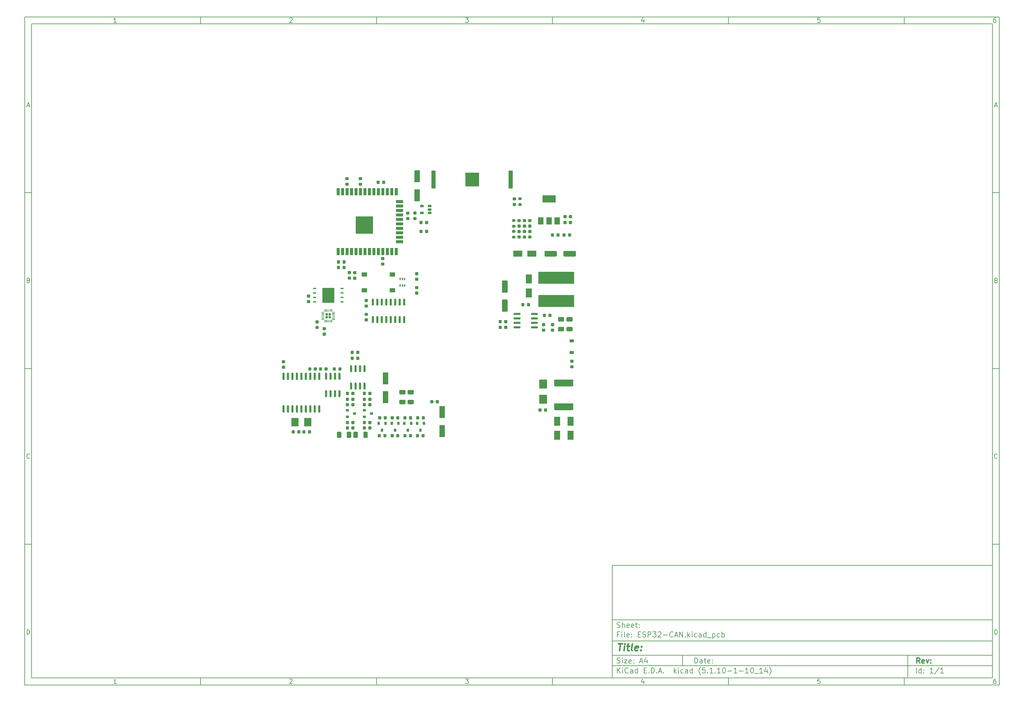
<source format=gtp>
G04 #@! TF.GenerationSoftware,KiCad,Pcbnew,(5.1.10-1-10_14)*
G04 #@! TF.CreationDate,2021-11-05T12:47:59+08:00*
G04 #@! TF.ProjectId,ESP32-CAN,45535033-322d-4434-914e-2e6b69636164,rev?*
G04 #@! TF.SameCoordinates,Original*
G04 #@! TF.FileFunction,Paste,Top*
G04 #@! TF.FilePolarity,Positive*
%FSLAX46Y46*%
G04 Gerber Fmt 4.6, Leading zero omitted, Abs format (unit mm)*
G04 Created by KiCad (PCBNEW (5.1.10-1-10_14)) date 2021-11-05 12:47:59*
%MOMM*%
%LPD*%
G01*
G04 APERTURE LIST*
%ADD10C,0.100000*%
%ADD11C,0.150000*%
%ADD12C,0.300000*%
%ADD13C,0.400000*%
%ADD14R,3.450000X4.350000*%
%ADD15R,0.950000X0.450000*%
%ADD16R,1.800000X2.500000*%
%ADD17R,2.300000X2.500000*%
%ADD18R,1.200000X0.900000*%
%ADD19R,2.500000X1.800000*%
%ADD20R,1.500000X2.000000*%
%ADD21R,3.800000X2.000000*%
%ADD22R,1.270000X5.080000*%
%ADD23R,3.960000X3.960000*%
%ADD24R,2.000000X2.400000*%
%ADD25R,0.900000X0.800000*%
%ADD26R,1.600000X3.500000*%
%ADD27R,0.900000X2.000000*%
%ADD28R,2.000000X0.900000*%
%ADD29R,5.000000X5.000000*%
%ADD30R,0.400000X0.650000*%
%ADD31R,0.800000X0.900000*%
%ADD32R,10.200000X3.500000*%
%ADD33R,1.550000X1.300000*%
%ADD34R,1.060000X0.650000*%
G04 APERTURE END LIST*
D10*
D11*
X177002200Y-166007200D02*
X177002200Y-198007200D01*
X285002200Y-198007200D01*
X285002200Y-166007200D01*
X177002200Y-166007200D01*
D10*
D11*
X10000000Y-10000000D02*
X10000000Y-200007200D01*
X287002200Y-200007200D01*
X287002200Y-10000000D01*
X10000000Y-10000000D01*
D10*
D11*
X12000000Y-12000000D02*
X12000000Y-198007200D01*
X285002200Y-198007200D01*
X285002200Y-12000000D01*
X12000000Y-12000000D01*
D10*
D11*
X60000000Y-12000000D02*
X60000000Y-10000000D01*
D10*
D11*
X110000000Y-12000000D02*
X110000000Y-10000000D01*
D10*
D11*
X160000000Y-12000000D02*
X160000000Y-10000000D01*
D10*
D11*
X210000000Y-12000000D02*
X210000000Y-10000000D01*
D10*
D11*
X260000000Y-12000000D02*
X260000000Y-10000000D01*
D10*
D11*
X36065476Y-11588095D02*
X35322619Y-11588095D01*
X35694047Y-11588095D02*
X35694047Y-10288095D01*
X35570238Y-10473809D01*
X35446428Y-10597619D01*
X35322619Y-10659523D01*
D10*
D11*
X85322619Y-10411904D02*
X85384523Y-10350000D01*
X85508333Y-10288095D01*
X85817857Y-10288095D01*
X85941666Y-10350000D01*
X86003571Y-10411904D01*
X86065476Y-10535714D01*
X86065476Y-10659523D01*
X86003571Y-10845238D01*
X85260714Y-11588095D01*
X86065476Y-11588095D01*
D10*
D11*
X135260714Y-10288095D02*
X136065476Y-10288095D01*
X135632142Y-10783333D01*
X135817857Y-10783333D01*
X135941666Y-10845238D01*
X136003571Y-10907142D01*
X136065476Y-11030952D01*
X136065476Y-11340476D01*
X136003571Y-11464285D01*
X135941666Y-11526190D01*
X135817857Y-11588095D01*
X135446428Y-11588095D01*
X135322619Y-11526190D01*
X135260714Y-11464285D01*
D10*
D11*
X185941666Y-10721428D02*
X185941666Y-11588095D01*
X185632142Y-10226190D02*
X185322619Y-11154761D01*
X186127380Y-11154761D01*
D10*
D11*
X236003571Y-10288095D02*
X235384523Y-10288095D01*
X235322619Y-10907142D01*
X235384523Y-10845238D01*
X235508333Y-10783333D01*
X235817857Y-10783333D01*
X235941666Y-10845238D01*
X236003571Y-10907142D01*
X236065476Y-11030952D01*
X236065476Y-11340476D01*
X236003571Y-11464285D01*
X235941666Y-11526190D01*
X235817857Y-11588095D01*
X235508333Y-11588095D01*
X235384523Y-11526190D01*
X235322619Y-11464285D01*
D10*
D11*
X285941666Y-10288095D02*
X285694047Y-10288095D01*
X285570238Y-10350000D01*
X285508333Y-10411904D01*
X285384523Y-10597619D01*
X285322619Y-10845238D01*
X285322619Y-11340476D01*
X285384523Y-11464285D01*
X285446428Y-11526190D01*
X285570238Y-11588095D01*
X285817857Y-11588095D01*
X285941666Y-11526190D01*
X286003571Y-11464285D01*
X286065476Y-11340476D01*
X286065476Y-11030952D01*
X286003571Y-10907142D01*
X285941666Y-10845238D01*
X285817857Y-10783333D01*
X285570238Y-10783333D01*
X285446428Y-10845238D01*
X285384523Y-10907142D01*
X285322619Y-11030952D01*
D10*
D11*
X60000000Y-198007200D02*
X60000000Y-200007200D01*
D10*
D11*
X110000000Y-198007200D02*
X110000000Y-200007200D01*
D10*
D11*
X160000000Y-198007200D02*
X160000000Y-200007200D01*
D10*
D11*
X210000000Y-198007200D02*
X210000000Y-200007200D01*
D10*
D11*
X260000000Y-198007200D02*
X260000000Y-200007200D01*
D10*
D11*
X36065476Y-199595295D02*
X35322619Y-199595295D01*
X35694047Y-199595295D02*
X35694047Y-198295295D01*
X35570238Y-198481009D01*
X35446428Y-198604819D01*
X35322619Y-198666723D01*
D10*
D11*
X85322619Y-198419104D02*
X85384523Y-198357200D01*
X85508333Y-198295295D01*
X85817857Y-198295295D01*
X85941666Y-198357200D01*
X86003571Y-198419104D01*
X86065476Y-198542914D01*
X86065476Y-198666723D01*
X86003571Y-198852438D01*
X85260714Y-199595295D01*
X86065476Y-199595295D01*
D10*
D11*
X135260714Y-198295295D02*
X136065476Y-198295295D01*
X135632142Y-198790533D01*
X135817857Y-198790533D01*
X135941666Y-198852438D01*
X136003571Y-198914342D01*
X136065476Y-199038152D01*
X136065476Y-199347676D01*
X136003571Y-199471485D01*
X135941666Y-199533390D01*
X135817857Y-199595295D01*
X135446428Y-199595295D01*
X135322619Y-199533390D01*
X135260714Y-199471485D01*
D10*
D11*
X185941666Y-198728628D02*
X185941666Y-199595295D01*
X185632142Y-198233390D02*
X185322619Y-199161961D01*
X186127380Y-199161961D01*
D10*
D11*
X236003571Y-198295295D02*
X235384523Y-198295295D01*
X235322619Y-198914342D01*
X235384523Y-198852438D01*
X235508333Y-198790533D01*
X235817857Y-198790533D01*
X235941666Y-198852438D01*
X236003571Y-198914342D01*
X236065476Y-199038152D01*
X236065476Y-199347676D01*
X236003571Y-199471485D01*
X235941666Y-199533390D01*
X235817857Y-199595295D01*
X235508333Y-199595295D01*
X235384523Y-199533390D01*
X235322619Y-199471485D01*
D10*
D11*
X285941666Y-198295295D02*
X285694047Y-198295295D01*
X285570238Y-198357200D01*
X285508333Y-198419104D01*
X285384523Y-198604819D01*
X285322619Y-198852438D01*
X285322619Y-199347676D01*
X285384523Y-199471485D01*
X285446428Y-199533390D01*
X285570238Y-199595295D01*
X285817857Y-199595295D01*
X285941666Y-199533390D01*
X286003571Y-199471485D01*
X286065476Y-199347676D01*
X286065476Y-199038152D01*
X286003571Y-198914342D01*
X285941666Y-198852438D01*
X285817857Y-198790533D01*
X285570238Y-198790533D01*
X285446428Y-198852438D01*
X285384523Y-198914342D01*
X285322619Y-199038152D01*
D10*
D11*
X10000000Y-60000000D02*
X12000000Y-60000000D01*
D10*
D11*
X10000000Y-110000000D02*
X12000000Y-110000000D01*
D10*
D11*
X10000000Y-160000000D02*
X12000000Y-160000000D01*
D10*
D11*
X10690476Y-35216666D02*
X11309523Y-35216666D01*
X10566666Y-35588095D02*
X11000000Y-34288095D01*
X11433333Y-35588095D01*
D10*
D11*
X11092857Y-84907142D02*
X11278571Y-84969047D01*
X11340476Y-85030952D01*
X11402380Y-85154761D01*
X11402380Y-85340476D01*
X11340476Y-85464285D01*
X11278571Y-85526190D01*
X11154761Y-85588095D01*
X10659523Y-85588095D01*
X10659523Y-84288095D01*
X11092857Y-84288095D01*
X11216666Y-84350000D01*
X11278571Y-84411904D01*
X11340476Y-84535714D01*
X11340476Y-84659523D01*
X11278571Y-84783333D01*
X11216666Y-84845238D01*
X11092857Y-84907142D01*
X10659523Y-84907142D01*
D10*
D11*
X11402380Y-135464285D02*
X11340476Y-135526190D01*
X11154761Y-135588095D01*
X11030952Y-135588095D01*
X10845238Y-135526190D01*
X10721428Y-135402380D01*
X10659523Y-135278571D01*
X10597619Y-135030952D01*
X10597619Y-134845238D01*
X10659523Y-134597619D01*
X10721428Y-134473809D01*
X10845238Y-134350000D01*
X11030952Y-134288095D01*
X11154761Y-134288095D01*
X11340476Y-134350000D01*
X11402380Y-134411904D01*
D10*
D11*
X10659523Y-185588095D02*
X10659523Y-184288095D01*
X10969047Y-184288095D01*
X11154761Y-184350000D01*
X11278571Y-184473809D01*
X11340476Y-184597619D01*
X11402380Y-184845238D01*
X11402380Y-185030952D01*
X11340476Y-185278571D01*
X11278571Y-185402380D01*
X11154761Y-185526190D01*
X10969047Y-185588095D01*
X10659523Y-185588095D01*
D10*
D11*
X287002200Y-60000000D02*
X285002200Y-60000000D01*
D10*
D11*
X287002200Y-110000000D02*
X285002200Y-110000000D01*
D10*
D11*
X287002200Y-160000000D02*
X285002200Y-160000000D01*
D10*
D11*
X285692676Y-35216666D02*
X286311723Y-35216666D01*
X285568866Y-35588095D02*
X286002200Y-34288095D01*
X286435533Y-35588095D01*
D10*
D11*
X286095057Y-84907142D02*
X286280771Y-84969047D01*
X286342676Y-85030952D01*
X286404580Y-85154761D01*
X286404580Y-85340476D01*
X286342676Y-85464285D01*
X286280771Y-85526190D01*
X286156961Y-85588095D01*
X285661723Y-85588095D01*
X285661723Y-84288095D01*
X286095057Y-84288095D01*
X286218866Y-84350000D01*
X286280771Y-84411904D01*
X286342676Y-84535714D01*
X286342676Y-84659523D01*
X286280771Y-84783333D01*
X286218866Y-84845238D01*
X286095057Y-84907142D01*
X285661723Y-84907142D01*
D10*
D11*
X286404580Y-135464285D02*
X286342676Y-135526190D01*
X286156961Y-135588095D01*
X286033152Y-135588095D01*
X285847438Y-135526190D01*
X285723628Y-135402380D01*
X285661723Y-135278571D01*
X285599819Y-135030952D01*
X285599819Y-134845238D01*
X285661723Y-134597619D01*
X285723628Y-134473809D01*
X285847438Y-134350000D01*
X286033152Y-134288095D01*
X286156961Y-134288095D01*
X286342676Y-134350000D01*
X286404580Y-134411904D01*
D10*
D11*
X285661723Y-185588095D02*
X285661723Y-184288095D01*
X285971247Y-184288095D01*
X286156961Y-184350000D01*
X286280771Y-184473809D01*
X286342676Y-184597619D01*
X286404580Y-184845238D01*
X286404580Y-185030952D01*
X286342676Y-185278571D01*
X286280771Y-185402380D01*
X286156961Y-185526190D01*
X285971247Y-185588095D01*
X285661723Y-185588095D01*
D10*
D11*
X200434342Y-193785771D02*
X200434342Y-192285771D01*
X200791485Y-192285771D01*
X201005771Y-192357200D01*
X201148628Y-192500057D01*
X201220057Y-192642914D01*
X201291485Y-192928628D01*
X201291485Y-193142914D01*
X201220057Y-193428628D01*
X201148628Y-193571485D01*
X201005771Y-193714342D01*
X200791485Y-193785771D01*
X200434342Y-193785771D01*
X202577200Y-193785771D02*
X202577200Y-193000057D01*
X202505771Y-192857200D01*
X202362914Y-192785771D01*
X202077200Y-192785771D01*
X201934342Y-192857200D01*
X202577200Y-193714342D02*
X202434342Y-193785771D01*
X202077200Y-193785771D01*
X201934342Y-193714342D01*
X201862914Y-193571485D01*
X201862914Y-193428628D01*
X201934342Y-193285771D01*
X202077200Y-193214342D01*
X202434342Y-193214342D01*
X202577200Y-193142914D01*
X203077200Y-192785771D02*
X203648628Y-192785771D01*
X203291485Y-192285771D02*
X203291485Y-193571485D01*
X203362914Y-193714342D01*
X203505771Y-193785771D01*
X203648628Y-193785771D01*
X204720057Y-193714342D02*
X204577200Y-193785771D01*
X204291485Y-193785771D01*
X204148628Y-193714342D01*
X204077200Y-193571485D01*
X204077200Y-193000057D01*
X204148628Y-192857200D01*
X204291485Y-192785771D01*
X204577200Y-192785771D01*
X204720057Y-192857200D01*
X204791485Y-193000057D01*
X204791485Y-193142914D01*
X204077200Y-193285771D01*
X205434342Y-193642914D02*
X205505771Y-193714342D01*
X205434342Y-193785771D01*
X205362914Y-193714342D01*
X205434342Y-193642914D01*
X205434342Y-193785771D01*
X205434342Y-192857200D02*
X205505771Y-192928628D01*
X205434342Y-193000057D01*
X205362914Y-192928628D01*
X205434342Y-192857200D01*
X205434342Y-193000057D01*
D10*
D11*
X177002200Y-194507200D02*
X285002200Y-194507200D01*
D10*
D11*
X178434342Y-196585771D02*
X178434342Y-195085771D01*
X179291485Y-196585771D02*
X178648628Y-195728628D01*
X179291485Y-195085771D02*
X178434342Y-195942914D01*
X179934342Y-196585771D02*
X179934342Y-195585771D01*
X179934342Y-195085771D02*
X179862914Y-195157200D01*
X179934342Y-195228628D01*
X180005771Y-195157200D01*
X179934342Y-195085771D01*
X179934342Y-195228628D01*
X181505771Y-196442914D02*
X181434342Y-196514342D01*
X181220057Y-196585771D01*
X181077200Y-196585771D01*
X180862914Y-196514342D01*
X180720057Y-196371485D01*
X180648628Y-196228628D01*
X180577200Y-195942914D01*
X180577200Y-195728628D01*
X180648628Y-195442914D01*
X180720057Y-195300057D01*
X180862914Y-195157200D01*
X181077200Y-195085771D01*
X181220057Y-195085771D01*
X181434342Y-195157200D01*
X181505771Y-195228628D01*
X182791485Y-196585771D02*
X182791485Y-195800057D01*
X182720057Y-195657200D01*
X182577200Y-195585771D01*
X182291485Y-195585771D01*
X182148628Y-195657200D01*
X182791485Y-196514342D02*
X182648628Y-196585771D01*
X182291485Y-196585771D01*
X182148628Y-196514342D01*
X182077200Y-196371485D01*
X182077200Y-196228628D01*
X182148628Y-196085771D01*
X182291485Y-196014342D01*
X182648628Y-196014342D01*
X182791485Y-195942914D01*
X184148628Y-196585771D02*
X184148628Y-195085771D01*
X184148628Y-196514342D02*
X184005771Y-196585771D01*
X183720057Y-196585771D01*
X183577200Y-196514342D01*
X183505771Y-196442914D01*
X183434342Y-196300057D01*
X183434342Y-195871485D01*
X183505771Y-195728628D01*
X183577200Y-195657200D01*
X183720057Y-195585771D01*
X184005771Y-195585771D01*
X184148628Y-195657200D01*
X186005771Y-195800057D02*
X186505771Y-195800057D01*
X186720057Y-196585771D02*
X186005771Y-196585771D01*
X186005771Y-195085771D01*
X186720057Y-195085771D01*
X187362914Y-196442914D02*
X187434342Y-196514342D01*
X187362914Y-196585771D01*
X187291485Y-196514342D01*
X187362914Y-196442914D01*
X187362914Y-196585771D01*
X188077200Y-196585771D02*
X188077200Y-195085771D01*
X188434342Y-195085771D01*
X188648628Y-195157200D01*
X188791485Y-195300057D01*
X188862914Y-195442914D01*
X188934342Y-195728628D01*
X188934342Y-195942914D01*
X188862914Y-196228628D01*
X188791485Y-196371485D01*
X188648628Y-196514342D01*
X188434342Y-196585771D01*
X188077200Y-196585771D01*
X189577200Y-196442914D02*
X189648628Y-196514342D01*
X189577200Y-196585771D01*
X189505771Y-196514342D01*
X189577200Y-196442914D01*
X189577200Y-196585771D01*
X190220057Y-196157200D02*
X190934342Y-196157200D01*
X190077200Y-196585771D02*
X190577200Y-195085771D01*
X191077200Y-196585771D01*
X191577200Y-196442914D02*
X191648628Y-196514342D01*
X191577200Y-196585771D01*
X191505771Y-196514342D01*
X191577200Y-196442914D01*
X191577200Y-196585771D01*
X194577200Y-196585771D02*
X194577200Y-195085771D01*
X194720057Y-196014342D02*
X195148628Y-196585771D01*
X195148628Y-195585771D02*
X194577200Y-196157200D01*
X195791485Y-196585771D02*
X195791485Y-195585771D01*
X195791485Y-195085771D02*
X195720057Y-195157200D01*
X195791485Y-195228628D01*
X195862914Y-195157200D01*
X195791485Y-195085771D01*
X195791485Y-195228628D01*
X197148628Y-196514342D02*
X197005771Y-196585771D01*
X196720057Y-196585771D01*
X196577200Y-196514342D01*
X196505771Y-196442914D01*
X196434342Y-196300057D01*
X196434342Y-195871485D01*
X196505771Y-195728628D01*
X196577200Y-195657200D01*
X196720057Y-195585771D01*
X197005771Y-195585771D01*
X197148628Y-195657200D01*
X198434342Y-196585771D02*
X198434342Y-195800057D01*
X198362914Y-195657200D01*
X198220057Y-195585771D01*
X197934342Y-195585771D01*
X197791485Y-195657200D01*
X198434342Y-196514342D02*
X198291485Y-196585771D01*
X197934342Y-196585771D01*
X197791485Y-196514342D01*
X197720057Y-196371485D01*
X197720057Y-196228628D01*
X197791485Y-196085771D01*
X197934342Y-196014342D01*
X198291485Y-196014342D01*
X198434342Y-195942914D01*
X199791485Y-196585771D02*
X199791485Y-195085771D01*
X199791485Y-196514342D02*
X199648628Y-196585771D01*
X199362914Y-196585771D01*
X199220057Y-196514342D01*
X199148628Y-196442914D01*
X199077200Y-196300057D01*
X199077200Y-195871485D01*
X199148628Y-195728628D01*
X199220057Y-195657200D01*
X199362914Y-195585771D01*
X199648628Y-195585771D01*
X199791485Y-195657200D01*
X202077200Y-197157200D02*
X202005771Y-197085771D01*
X201862914Y-196871485D01*
X201791485Y-196728628D01*
X201720057Y-196514342D01*
X201648628Y-196157200D01*
X201648628Y-195871485D01*
X201720057Y-195514342D01*
X201791485Y-195300057D01*
X201862914Y-195157200D01*
X202005771Y-194942914D01*
X202077200Y-194871485D01*
X203362914Y-195085771D02*
X202648628Y-195085771D01*
X202577200Y-195800057D01*
X202648628Y-195728628D01*
X202791485Y-195657200D01*
X203148628Y-195657200D01*
X203291485Y-195728628D01*
X203362914Y-195800057D01*
X203434342Y-195942914D01*
X203434342Y-196300057D01*
X203362914Y-196442914D01*
X203291485Y-196514342D01*
X203148628Y-196585771D01*
X202791485Y-196585771D01*
X202648628Y-196514342D01*
X202577200Y-196442914D01*
X204077200Y-196442914D02*
X204148628Y-196514342D01*
X204077200Y-196585771D01*
X204005771Y-196514342D01*
X204077200Y-196442914D01*
X204077200Y-196585771D01*
X205577200Y-196585771D02*
X204720057Y-196585771D01*
X205148628Y-196585771D02*
X205148628Y-195085771D01*
X205005771Y-195300057D01*
X204862914Y-195442914D01*
X204720057Y-195514342D01*
X206220057Y-196442914D02*
X206291485Y-196514342D01*
X206220057Y-196585771D01*
X206148628Y-196514342D01*
X206220057Y-196442914D01*
X206220057Y-196585771D01*
X207720057Y-196585771D02*
X206862914Y-196585771D01*
X207291485Y-196585771D02*
X207291485Y-195085771D01*
X207148628Y-195300057D01*
X207005771Y-195442914D01*
X206862914Y-195514342D01*
X208648628Y-195085771D02*
X208791485Y-195085771D01*
X208934342Y-195157200D01*
X209005771Y-195228628D01*
X209077200Y-195371485D01*
X209148628Y-195657200D01*
X209148628Y-196014342D01*
X209077200Y-196300057D01*
X209005771Y-196442914D01*
X208934342Y-196514342D01*
X208791485Y-196585771D01*
X208648628Y-196585771D01*
X208505771Y-196514342D01*
X208434342Y-196442914D01*
X208362914Y-196300057D01*
X208291485Y-196014342D01*
X208291485Y-195657200D01*
X208362914Y-195371485D01*
X208434342Y-195228628D01*
X208505771Y-195157200D01*
X208648628Y-195085771D01*
X209791485Y-196014342D02*
X210934342Y-196014342D01*
X212434342Y-196585771D02*
X211577200Y-196585771D01*
X212005771Y-196585771D02*
X212005771Y-195085771D01*
X211862914Y-195300057D01*
X211720057Y-195442914D01*
X211577200Y-195514342D01*
X213077200Y-196014342D02*
X214220057Y-196014342D01*
X215720057Y-196585771D02*
X214862914Y-196585771D01*
X215291485Y-196585771D02*
X215291485Y-195085771D01*
X215148628Y-195300057D01*
X215005771Y-195442914D01*
X214862914Y-195514342D01*
X216648628Y-195085771D02*
X216791485Y-195085771D01*
X216934342Y-195157200D01*
X217005771Y-195228628D01*
X217077200Y-195371485D01*
X217148628Y-195657200D01*
X217148628Y-196014342D01*
X217077200Y-196300057D01*
X217005771Y-196442914D01*
X216934342Y-196514342D01*
X216791485Y-196585771D01*
X216648628Y-196585771D01*
X216505771Y-196514342D01*
X216434342Y-196442914D01*
X216362914Y-196300057D01*
X216291485Y-196014342D01*
X216291485Y-195657200D01*
X216362914Y-195371485D01*
X216434342Y-195228628D01*
X216505771Y-195157200D01*
X216648628Y-195085771D01*
X217434342Y-196728628D02*
X218577200Y-196728628D01*
X219720057Y-196585771D02*
X218862914Y-196585771D01*
X219291485Y-196585771D02*
X219291485Y-195085771D01*
X219148628Y-195300057D01*
X219005771Y-195442914D01*
X218862914Y-195514342D01*
X221005771Y-195585771D02*
X221005771Y-196585771D01*
X220648628Y-195014342D02*
X220291485Y-196085771D01*
X221220057Y-196085771D01*
X221648628Y-197157200D02*
X221720057Y-197085771D01*
X221862914Y-196871485D01*
X221934342Y-196728628D01*
X222005771Y-196514342D01*
X222077200Y-196157200D01*
X222077200Y-195871485D01*
X222005771Y-195514342D01*
X221934342Y-195300057D01*
X221862914Y-195157200D01*
X221720057Y-194942914D01*
X221648628Y-194871485D01*
D10*
D11*
X177002200Y-191507200D02*
X285002200Y-191507200D01*
D10*
D12*
X264411485Y-193785771D02*
X263911485Y-193071485D01*
X263554342Y-193785771D02*
X263554342Y-192285771D01*
X264125771Y-192285771D01*
X264268628Y-192357200D01*
X264340057Y-192428628D01*
X264411485Y-192571485D01*
X264411485Y-192785771D01*
X264340057Y-192928628D01*
X264268628Y-193000057D01*
X264125771Y-193071485D01*
X263554342Y-193071485D01*
X265625771Y-193714342D02*
X265482914Y-193785771D01*
X265197200Y-193785771D01*
X265054342Y-193714342D01*
X264982914Y-193571485D01*
X264982914Y-193000057D01*
X265054342Y-192857200D01*
X265197200Y-192785771D01*
X265482914Y-192785771D01*
X265625771Y-192857200D01*
X265697200Y-193000057D01*
X265697200Y-193142914D01*
X264982914Y-193285771D01*
X266197200Y-192785771D02*
X266554342Y-193785771D01*
X266911485Y-192785771D01*
X267482914Y-193642914D02*
X267554342Y-193714342D01*
X267482914Y-193785771D01*
X267411485Y-193714342D01*
X267482914Y-193642914D01*
X267482914Y-193785771D01*
X267482914Y-192857200D02*
X267554342Y-192928628D01*
X267482914Y-193000057D01*
X267411485Y-192928628D01*
X267482914Y-192857200D01*
X267482914Y-193000057D01*
D10*
D11*
X178362914Y-193714342D02*
X178577200Y-193785771D01*
X178934342Y-193785771D01*
X179077200Y-193714342D01*
X179148628Y-193642914D01*
X179220057Y-193500057D01*
X179220057Y-193357200D01*
X179148628Y-193214342D01*
X179077200Y-193142914D01*
X178934342Y-193071485D01*
X178648628Y-193000057D01*
X178505771Y-192928628D01*
X178434342Y-192857200D01*
X178362914Y-192714342D01*
X178362914Y-192571485D01*
X178434342Y-192428628D01*
X178505771Y-192357200D01*
X178648628Y-192285771D01*
X179005771Y-192285771D01*
X179220057Y-192357200D01*
X179862914Y-193785771D02*
X179862914Y-192785771D01*
X179862914Y-192285771D02*
X179791485Y-192357200D01*
X179862914Y-192428628D01*
X179934342Y-192357200D01*
X179862914Y-192285771D01*
X179862914Y-192428628D01*
X180434342Y-192785771D02*
X181220057Y-192785771D01*
X180434342Y-193785771D01*
X181220057Y-193785771D01*
X182362914Y-193714342D02*
X182220057Y-193785771D01*
X181934342Y-193785771D01*
X181791485Y-193714342D01*
X181720057Y-193571485D01*
X181720057Y-193000057D01*
X181791485Y-192857200D01*
X181934342Y-192785771D01*
X182220057Y-192785771D01*
X182362914Y-192857200D01*
X182434342Y-193000057D01*
X182434342Y-193142914D01*
X181720057Y-193285771D01*
X183077200Y-193642914D02*
X183148628Y-193714342D01*
X183077200Y-193785771D01*
X183005771Y-193714342D01*
X183077200Y-193642914D01*
X183077200Y-193785771D01*
X183077200Y-192857200D02*
X183148628Y-192928628D01*
X183077200Y-193000057D01*
X183005771Y-192928628D01*
X183077200Y-192857200D01*
X183077200Y-193000057D01*
X184862914Y-193357200D02*
X185577200Y-193357200D01*
X184720057Y-193785771D02*
X185220057Y-192285771D01*
X185720057Y-193785771D01*
X186862914Y-192785771D02*
X186862914Y-193785771D01*
X186505771Y-192214342D02*
X186148628Y-193285771D01*
X187077200Y-193285771D01*
D10*
D11*
X263434342Y-196585771D02*
X263434342Y-195085771D01*
X264791485Y-196585771D02*
X264791485Y-195085771D01*
X264791485Y-196514342D02*
X264648628Y-196585771D01*
X264362914Y-196585771D01*
X264220057Y-196514342D01*
X264148628Y-196442914D01*
X264077200Y-196300057D01*
X264077200Y-195871485D01*
X264148628Y-195728628D01*
X264220057Y-195657200D01*
X264362914Y-195585771D01*
X264648628Y-195585771D01*
X264791485Y-195657200D01*
X265505771Y-196442914D02*
X265577200Y-196514342D01*
X265505771Y-196585771D01*
X265434342Y-196514342D01*
X265505771Y-196442914D01*
X265505771Y-196585771D01*
X265505771Y-195657200D02*
X265577200Y-195728628D01*
X265505771Y-195800057D01*
X265434342Y-195728628D01*
X265505771Y-195657200D01*
X265505771Y-195800057D01*
X268148628Y-196585771D02*
X267291485Y-196585771D01*
X267720057Y-196585771D02*
X267720057Y-195085771D01*
X267577200Y-195300057D01*
X267434342Y-195442914D01*
X267291485Y-195514342D01*
X269862914Y-195014342D02*
X268577200Y-196942914D01*
X271148628Y-196585771D02*
X270291485Y-196585771D01*
X270720057Y-196585771D02*
X270720057Y-195085771D01*
X270577200Y-195300057D01*
X270434342Y-195442914D01*
X270291485Y-195514342D01*
D10*
D11*
X177002200Y-187507200D02*
X285002200Y-187507200D01*
D10*
D13*
X178714580Y-188211961D02*
X179857438Y-188211961D01*
X179036009Y-190211961D02*
X179286009Y-188211961D01*
X180274104Y-190211961D02*
X180440771Y-188878628D01*
X180524104Y-188211961D02*
X180416961Y-188307200D01*
X180500295Y-188402438D01*
X180607438Y-188307200D01*
X180524104Y-188211961D01*
X180500295Y-188402438D01*
X181107438Y-188878628D02*
X181869342Y-188878628D01*
X181476485Y-188211961D02*
X181262200Y-189926247D01*
X181333628Y-190116723D01*
X181512200Y-190211961D01*
X181702676Y-190211961D01*
X182655057Y-190211961D02*
X182476485Y-190116723D01*
X182405057Y-189926247D01*
X182619342Y-188211961D01*
X184190771Y-190116723D02*
X183988390Y-190211961D01*
X183607438Y-190211961D01*
X183428866Y-190116723D01*
X183357438Y-189926247D01*
X183452676Y-189164342D01*
X183571723Y-188973866D01*
X183774104Y-188878628D01*
X184155057Y-188878628D01*
X184333628Y-188973866D01*
X184405057Y-189164342D01*
X184381247Y-189354819D01*
X183405057Y-189545295D01*
X185155057Y-190021485D02*
X185238390Y-190116723D01*
X185131247Y-190211961D01*
X185047914Y-190116723D01*
X185155057Y-190021485D01*
X185131247Y-190211961D01*
X185286009Y-188973866D02*
X185369342Y-189069104D01*
X185262200Y-189164342D01*
X185178866Y-189069104D01*
X185286009Y-188973866D01*
X185262200Y-189164342D01*
D10*
D11*
X178934342Y-185600057D02*
X178434342Y-185600057D01*
X178434342Y-186385771D02*
X178434342Y-184885771D01*
X179148628Y-184885771D01*
X179720057Y-186385771D02*
X179720057Y-185385771D01*
X179720057Y-184885771D02*
X179648628Y-184957200D01*
X179720057Y-185028628D01*
X179791485Y-184957200D01*
X179720057Y-184885771D01*
X179720057Y-185028628D01*
X180648628Y-186385771D02*
X180505771Y-186314342D01*
X180434342Y-186171485D01*
X180434342Y-184885771D01*
X181791485Y-186314342D02*
X181648628Y-186385771D01*
X181362914Y-186385771D01*
X181220057Y-186314342D01*
X181148628Y-186171485D01*
X181148628Y-185600057D01*
X181220057Y-185457200D01*
X181362914Y-185385771D01*
X181648628Y-185385771D01*
X181791485Y-185457200D01*
X181862914Y-185600057D01*
X181862914Y-185742914D01*
X181148628Y-185885771D01*
X182505771Y-186242914D02*
X182577200Y-186314342D01*
X182505771Y-186385771D01*
X182434342Y-186314342D01*
X182505771Y-186242914D01*
X182505771Y-186385771D01*
X182505771Y-185457200D02*
X182577200Y-185528628D01*
X182505771Y-185600057D01*
X182434342Y-185528628D01*
X182505771Y-185457200D01*
X182505771Y-185600057D01*
X184362914Y-185600057D02*
X184862914Y-185600057D01*
X185077200Y-186385771D02*
X184362914Y-186385771D01*
X184362914Y-184885771D01*
X185077200Y-184885771D01*
X185648628Y-186314342D02*
X185862914Y-186385771D01*
X186220057Y-186385771D01*
X186362914Y-186314342D01*
X186434342Y-186242914D01*
X186505771Y-186100057D01*
X186505771Y-185957200D01*
X186434342Y-185814342D01*
X186362914Y-185742914D01*
X186220057Y-185671485D01*
X185934342Y-185600057D01*
X185791485Y-185528628D01*
X185720057Y-185457200D01*
X185648628Y-185314342D01*
X185648628Y-185171485D01*
X185720057Y-185028628D01*
X185791485Y-184957200D01*
X185934342Y-184885771D01*
X186291485Y-184885771D01*
X186505771Y-184957200D01*
X187148628Y-186385771D02*
X187148628Y-184885771D01*
X187720057Y-184885771D01*
X187862914Y-184957200D01*
X187934342Y-185028628D01*
X188005771Y-185171485D01*
X188005771Y-185385771D01*
X187934342Y-185528628D01*
X187862914Y-185600057D01*
X187720057Y-185671485D01*
X187148628Y-185671485D01*
X188505771Y-184885771D02*
X189434342Y-184885771D01*
X188934342Y-185457200D01*
X189148628Y-185457200D01*
X189291485Y-185528628D01*
X189362914Y-185600057D01*
X189434342Y-185742914D01*
X189434342Y-186100057D01*
X189362914Y-186242914D01*
X189291485Y-186314342D01*
X189148628Y-186385771D01*
X188720057Y-186385771D01*
X188577200Y-186314342D01*
X188505771Y-186242914D01*
X190005771Y-185028628D02*
X190077200Y-184957200D01*
X190220057Y-184885771D01*
X190577200Y-184885771D01*
X190720057Y-184957200D01*
X190791485Y-185028628D01*
X190862914Y-185171485D01*
X190862914Y-185314342D01*
X190791485Y-185528628D01*
X189934342Y-186385771D01*
X190862914Y-186385771D01*
X191505771Y-185814342D02*
X192648628Y-185814342D01*
X194220057Y-186242914D02*
X194148628Y-186314342D01*
X193934342Y-186385771D01*
X193791485Y-186385771D01*
X193577200Y-186314342D01*
X193434342Y-186171485D01*
X193362914Y-186028628D01*
X193291485Y-185742914D01*
X193291485Y-185528628D01*
X193362914Y-185242914D01*
X193434342Y-185100057D01*
X193577200Y-184957200D01*
X193791485Y-184885771D01*
X193934342Y-184885771D01*
X194148628Y-184957200D01*
X194220057Y-185028628D01*
X194791485Y-185957200D02*
X195505771Y-185957200D01*
X194648628Y-186385771D02*
X195148628Y-184885771D01*
X195648628Y-186385771D01*
X196148628Y-186385771D02*
X196148628Y-184885771D01*
X197005771Y-186385771D01*
X197005771Y-184885771D01*
X197720057Y-186242914D02*
X197791485Y-186314342D01*
X197720057Y-186385771D01*
X197648628Y-186314342D01*
X197720057Y-186242914D01*
X197720057Y-186385771D01*
X198434342Y-186385771D02*
X198434342Y-184885771D01*
X198577200Y-185814342D02*
X199005771Y-186385771D01*
X199005771Y-185385771D02*
X198434342Y-185957200D01*
X199648628Y-186385771D02*
X199648628Y-185385771D01*
X199648628Y-184885771D02*
X199577200Y-184957200D01*
X199648628Y-185028628D01*
X199720057Y-184957200D01*
X199648628Y-184885771D01*
X199648628Y-185028628D01*
X201005771Y-186314342D02*
X200862914Y-186385771D01*
X200577200Y-186385771D01*
X200434342Y-186314342D01*
X200362914Y-186242914D01*
X200291485Y-186100057D01*
X200291485Y-185671485D01*
X200362914Y-185528628D01*
X200434342Y-185457200D01*
X200577200Y-185385771D01*
X200862914Y-185385771D01*
X201005771Y-185457200D01*
X202291485Y-186385771D02*
X202291485Y-185600057D01*
X202220057Y-185457200D01*
X202077200Y-185385771D01*
X201791485Y-185385771D01*
X201648628Y-185457200D01*
X202291485Y-186314342D02*
X202148628Y-186385771D01*
X201791485Y-186385771D01*
X201648628Y-186314342D01*
X201577200Y-186171485D01*
X201577200Y-186028628D01*
X201648628Y-185885771D01*
X201791485Y-185814342D01*
X202148628Y-185814342D01*
X202291485Y-185742914D01*
X203648628Y-186385771D02*
X203648628Y-184885771D01*
X203648628Y-186314342D02*
X203505771Y-186385771D01*
X203220057Y-186385771D01*
X203077200Y-186314342D01*
X203005771Y-186242914D01*
X202934342Y-186100057D01*
X202934342Y-185671485D01*
X203005771Y-185528628D01*
X203077200Y-185457200D01*
X203220057Y-185385771D01*
X203505771Y-185385771D01*
X203648628Y-185457200D01*
X204005771Y-186528628D02*
X205148628Y-186528628D01*
X205505771Y-185385771D02*
X205505771Y-186885771D01*
X205505771Y-185457200D02*
X205648628Y-185385771D01*
X205934342Y-185385771D01*
X206077200Y-185457200D01*
X206148628Y-185528628D01*
X206220057Y-185671485D01*
X206220057Y-186100057D01*
X206148628Y-186242914D01*
X206077200Y-186314342D01*
X205934342Y-186385771D01*
X205648628Y-186385771D01*
X205505771Y-186314342D01*
X207505771Y-186314342D02*
X207362914Y-186385771D01*
X207077200Y-186385771D01*
X206934342Y-186314342D01*
X206862914Y-186242914D01*
X206791485Y-186100057D01*
X206791485Y-185671485D01*
X206862914Y-185528628D01*
X206934342Y-185457200D01*
X207077200Y-185385771D01*
X207362914Y-185385771D01*
X207505771Y-185457200D01*
X208148628Y-186385771D02*
X208148628Y-184885771D01*
X208148628Y-185457200D02*
X208291485Y-185385771D01*
X208577200Y-185385771D01*
X208720057Y-185457200D01*
X208791485Y-185528628D01*
X208862914Y-185671485D01*
X208862914Y-186100057D01*
X208791485Y-186242914D01*
X208720057Y-186314342D01*
X208577200Y-186385771D01*
X208291485Y-186385771D01*
X208148628Y-186314342D01*
D10*
D11*
X177002200Y-181507200D02*
X285002200Y-181507200D01*
D10*
D11*
X178362914Y-183614342D02*
X178577200Y-183685771D01*
X178934342Y-183685771D01*
X179077200Y-183614342D01*
X179148628Y-183542914D01*
X179220057Y-183400057D01*
X179220057Y-183257200D01*
X179148628Y-183114342D01*
X179077200Y-183042914D01*
X178934342Y-182971485D01*
X178648628Y-182900057D01*
X178505771Y-182828628D01*
X178434342Y-182757200D01*
X178362914Y-182614342D01*
X178362914Y-182471485D01*
X178434342Y-182328628D01*
X178505771Y-182257200D01*
X178648628Y-182185771D01*
X179005771Y-182185771D01*
X179220057Y-182257200D01*
X179862914Y-183685771D02*
X179862914Y-182185771D01*
X180505771Y-183685771D02*
X180505771Y-182900057D01*
X180434342Y-182757200D01*
X180291485Y-182685771D01*
X180077200Y-182685771D01*
X179934342Y-182757200D01*
X179862914Y-182828628D01*
X181791485Y-183614342D02*
X181648628Y-183685771D01*
X181362914Y-183685771D01*
X181220057Y-183614342D01*
X181148628Y-183471485D01*
X181148628Y-182900057D01*
X181220057Y-182757200D01*
X181362914Y-182685771D01*
X181648628Y-182685771D01*
X181791485Y-182757200D01*
X181862914Y-182900057D01*
X181862914Y-183042914D01*
X181148628Y-183185771D01*
X183077200Y-183614342D02*
X182934342Y-183685771D01*
X182648628Y-183685771D01*
X182505771Y-183614342D01*
X182434342Y-183471485D01*
X182434342Y-182900057D01*
X182505771Y-182757200D01*
X182648628Y-182685771D01*
X182934342Y-182685771D01*
X183077200Y-182757200D01*
X183148628Y-182900057D01*
X183148628Y-183042914D01*
X182434342Y-183185771D01*
X183577200Y-182685771D02*
X184148628Y-182685771D01*
X183791485Y-182185771D02*
X183791485Y-183471485D01*
X183862914Y-183614342D01*
X184005771Y-183685771D01*
X184148628Y-183685771D01*
X184648628Y-183542914D02*
X184720057Y-183614342D01*
X184648628Y-183685771D01*
X184577200Y-183614342D01*
X184648628Y-183542914D01*
X184648628Y-183685771D01*
X184648628Y-182757200D02*
X184720057Y-182828628D01*
X184648628Y-182900057D01*
X184577200Y-182828628D01*
X184648628Y-182757200D01*
X184648628Y-182900057D01*
D10*
D11*
X197002200Y-191507200D02*
X197002200Y-194507200D01*
D10*
D11*
X261002200Y-191507200D02*
X261002200Y-198007200D01*
G36*
G01*
X157575000Y-122043000D02*
X157575000Y-121543000D01*
G75*
G02*
X157800000Y-121318000I225000J0D01*
G01*
X158250000Y-121318000D01*
G75*
G02*
X158475000Y-121543000I0J-225000D01*
G01*
X158475000Y-122043000D01*
G75*
G02*
X158250000Y-122268000I-225000J0D01*
G01*
X157800000Y-122268000D01*
G75*
G02*
X157575000Y-122043000I0J225000D01*
G01*
G37*
G36*
G01*
X156025000Y-122043000D02*
X156025000Y-121543000D01*
G75*
G02*
X156250000Y-121318000I225000J0D01*
G01*
X156700000Y-121318000D01*
G75*
G02*
X156925000Y-121543000I0J-225000D01*
G01*
X156925000Y-122043000D01*
G75*
G02*
X156700000Y-122268000I-225000J0D01*
G01*
X156250000Y-122268000D01*
G75*
G02*
X156025000Y-122043000I0J225000D01*
G01*
G37*
G36*
G01*
X150745000Y-68382000D02*
X150245000Y-68382000D01*
G75*
G02*
X150020000Y-68157000I0J225000D01*
G01*
X150020000Y-67707000D01*
G75*
G02*
X150245000Y-67482000I225000J0D01*
G01*
X150745000Y-67482000D01*
G75*
G02*
X150970000Y-67707000I0J-225000D01*
G01*
X150970000Y-68157000D01*
G75*
G02*
X150745000Y-68382000I-225000J0D01*
G01*
G37*
G36*
G01*
X150745000Y-69932000D02*
X150245000Y-69932000D01*
G75*
G02*
X150020000Y-69707000I0J225000D01*
G01*
X150020000Y-69257000D01*
G75*
G02*
X150245000Y-69032000I225000J0D01*
G01*
X150745000Y-69032000D01*
G75*
G02*
X150970000Y-69257000I0J-225000D01*
G01*
X150970000Y-69707000D01*
G75*
G02*
X150745000Y-69932000I-225000J0D01*
G01*
G37*
G36*
G01*
X150245000Y-72143500D02*
X150745000Y-72143500D01*
G75*
G02*
X150970000Y-72368500I0J-225000D01*
G01*
X150970000Y-72818500D01*
G75*
G02*
X150745000Y-73043500I-225000J0D01*
G01*
X150245000Y-73043500D01*
G75*
G02*
X150020000Y-72818500I0J225000D01*
G01*
X150020000Y-72368500D01*
G75*
G02*
X150245000Y-72143500I225000J0D01*
G01*
G37*
G36*
G01*
X150245000Y-70593500D02*
X150745000Y-70593500D01*
G75*
G02*
X150970000Y-70818500I0J-225000D01*
G01*
X150970000Y-71268500D01*
G75*
G02*
X150745000Y-71493500I-225000J0D01*
G01*
X150245000Y-71493500D01*
G75*
G02*
X150020000Y-71268500I0J225000D01*
G01*
X150020000Y-70818500D01*
G75*
G02*
X150245000Y-70593500I225000J0D01*
G01*
G37*
D14*
X96266000Y-89154000D03*
D15*
X92366000Y-91059000D03*
X92366000Y-89789000D03*
X92366000Y-88519000D03*
X92366000Y-87249000D03*
X100166000Y-87249000D03*
X100166000Y-88519000D03*
X100166000Y-89789000D03*
X100166000Y-91059000D03*
G36*
G01*
X149246000Y-68282000D02*
X148696000Y-68282000D01*
G75*
G02*
X148496000Y-68082000I0J200000D01*
G01*
X148496000Y-67682000D01*
G75*
G02*
X148696000Y-67482000I200000J0D01*
G01*
X149246000Y-67482000D01*
G75*
G02*
X149446000Y-67682000I0J-200000D01*
G01*
X149446000Y-68082000D01*
G75*
G02*
X149246000Y-68282000I-200000J0D01*
G01*
G37*
G36*
G01*
X149246000Y-69932000D02*
X148696000Y-69932000D01*
G75*
G02*
X148496000Y-69732000I0J200000D01*
G01*
X148496000Y-69332000D01*
G75*
G02*
X148696000Y-69132000I200000J0D01*
G01*
X149246000Y-69132000D01*
G75*
G02*
X149446000Y-69332000I0J-200000D01*
G01*
X149446000Y-69732000D01*
G75*
G02*
X149246000Y-69932000I-200000J0D01*
G01*
G37*
G36*
G01*
X149246000Y-71393000D02*
X148696000Y-71393000D01*
G75*
G02*
X148496000Y-71193000I0J200000D01*
G01*
X148496000Y-70793000D01*
G75*
G02*
X148696000Y-70593000I200000J0D01*
G01*
X149246000Y-70593000D01*
G75*
G02*
X149446000Y-70793000I0J-200000D01*
G01*
X149446000Y-71193000D01*
G75*
G02*
X149246000Y-71393000I-200000J0D01*
G01*
G37*
G36*
G01*
X149246000Y-73043000D02*
X148696000Y-73043000D01*
G75*
G02*
X148496000Y-72843000I0J200000D01*
G01*
X148496000Y-72443000D01*
G75*
G02*
X148696000Y-72243000I200000J0D01*
G01*
X149246000Y-72243000D01*
G75*
G02*
X149446000Y-72443000I0J-200000D01*
G01*
X149446000Y-72843000D01*
G75*
G02*
X149246000Y-73043000I-200000J0D01*
G01*
G37*
D16*
X161290000Y-125000000D03*
X161290000Y-129000000D03*
X165100000Y-125000000D03*
X165100000Y-129000000D03*
D17*
X157353000Y-114436000D03*
X157353000Y-118736000D03*
D18*
X165481000Y-105409000D03*
X165481000Y-102109000D03*
D16*
X153289000Y-88487000D03*
X153289000Y-84487000D03*
D19*
X154146000Y-77343000D03*
X150146000Y-77343000D03*
G36*
G01*
X148905250Y-62897500D02*
X149417750Y-62897500D01*
G75*
G02*
X149636500Y-63116250I0J-218750D01*
G01*
X149636500Y-63553750D01*
G75*
G02*
X149417750Y-63772500I-218750J0D01*
G01*
X148905250Y-63772500D01*
G75*
G02*
X148686500Y-63553750I0J218750D01*
G01*
X148686500Y-63116250D01*
G75*
G02*
X148905250Y-62897500I218750J0D01*
G01*
G37*
G36*
G01*
X148905250Y-61322500D02*
X149417750Y-61322500D01*
G75*
G02*
X149636500Y-61541250I0J-218750D01*
G01*
X149636500Y-61978750D01*
G75*
G02*
X149417750Y-62197500I-218750J0D01*
G01*
X148905250Y-62197500D01*
G75*
G02*
X148686500Y-61978750I0J218750D01*
G01*
X148686500Y-61541250D01*
G75*
G02*
X148905250Y-61322500I218750J0D01*
G01*
G37*
G36*
G01*
X158146000Y-94612750D02*
X158146000Y-95125250D01*
G75*
G02*
X157927250Y-95344000I-218750J0D01*
G01*
X157489750Y-95344000D01*
G75*
G02*
X157271000Y-95125250I0J218750D01*
G01*
X157271000Y-94612750D01*
G75*
G02*
X157489750Y-94394000I218750J0D01*
G01*
X157927250Y-94394000D01*
G75*
G02*
X158146000Y-94612750I0J-218750D01*
G01*
G37*
G36*
G01*
X159721000Y-94612750D02*
X159721000Y-95125250D01*
G75*
G02*
X159502250Y-95344000I-218750J0D01*
G01*
X159064750Y-95344000D01*
G75*
G02*
X158846000Y-95125250I0J218750D01*
G01*
X158846000Y-94612750D01*
G75*
G02*
X159064750Y-94394000I218750J0D01*
G01*
X159502250Y-94394000D01*
G75*
G02*
X159721000Y-94612750I0J-218750D01*
G01*
G37*
G36*
G01*
X163734000Y-71752750D02*
X163734000Y-72265250D01*
G75*
G02*
X163515250Y-72484000I-218750J0D01*
G01*
X163077750Y-72484000D01*
G75*
G02*
X162859000Y-72265250I0J218750D01*
G01*
X162859000Y-71752750D01*
G75*
G02*
X163077750Y-71534000I218750J0D01*
G01*
X163515250Y-71534000D01*
G75*
G02*
X163734000Y-71752750I0J-218750D01*
G01*
G37*
G36*
G01*
X165309000Y-71752750D02*
X165309000Y-72265250D01*
G75*
G02*
X165090250Y-72484000I-218750J0D01*
G01*
X164652750Y-72484000D01*
G75*
G02*
X164434000Y-72265250I0J218750D01*
G01*
X164434000Y-71752750D01*
G75*
G02*
X164652750Y-71534000I218750J0D01*
G01*
X165090250Y-71534000D01*
G75*
G02*
X165309000Y-71752750I0J-218750D01*
G01*
G37*
G36*
G01*
X123094000Y-70736750D02*
X123094000Y-71249250D01*
G75*
G02*
X122875250Y-71468000I-218750J0D01*
G01*
X122437750Y-71468000D01*
G75*
G02*
X122219000Y-71249250I0J218750D01*
G01*
X122219000Y-70736750D01*
G75*
G02*
X122437750Y-70518000I218750J0D01*
G01*
X122875250Y-70518000D01*
G75*
G02*
X123094000Y-70736750I0J-218750D01*
G01*
G37*
G36*
G01*
X124669000Y-70736750D02*
X124669000Y-71249250D01*
G75*
G02*
X124450250Y-71468000I-218750J0D01*
G01*
X124012750Y-71468000D01*
G75*
G02*
X123794000Y-71249250I0J218750D01*
G01*
X123794000Y-70736750D01*
G75*
G02*
X124012750Y-70518000I218750J0D01*
G01*
X124450250Y-70518000D01*
G75*
G02*
X124669000Y-70736750I0J-218750D01*
G01*
G37*
G36*
G01*
X121155750Y-84170000D02*
X121668250Y-84170000D01*
G75*
G02*
X121887000Y-84388750I0J-218750D01*
G01*
X121887000Y-84826250D01*
G75*
G02*
X121668250Y-85045000I-218750J0D01*
G01*
X121155750Y-85045000D01*
G75*
G02*
X120937000Y-84826250I0J218750D01*
G01*
X120937000Y-84388750D01*
G75*
G02*
X121155750Y-84170000I218750J0D01*
G01*
G37*
G36*
G01*
X121155750Y-82595000D02*
X121668250Y-82595000D01*
G75*
G02*
X121887000Y-82813750I0J-218750D01*
G01*
X121887000Y-83251250D01*
G75*
G02*
X121668250Y-83470000I-218750J0D01*
G01*
X121155750Y-83470000D01*
G75*
G02*
X120937000Y-83251250I0J218750D01*
G01*
X120937000Y-82813750D01*
G75*
G02*
X121155750Y-82595000I218750J0D01*
G01*
G37*
D20*
X156704000Y-68022000D03*
X161304000Y-68022000D03*
X159004000Y-68022000D03*
D21*
X159004000Y-61722000D03*
G36*
G01*
X150474000Y-62972500D02*
X151024000Y-62972500D01*
G75*
G02*
X151224000Y-63172500I0J-200000D01*
G01*
X151224000Y-63572500D01*
G75*
G02*
X151024000Y-63772500I-200000J0D01*
G01*
X150474000Y-63772500D01*
G75*
G02*
X150274000Y-63572500I0J200000D01*
G01*
X150274000Y-63172500D01*
G75*
G02*
X150474000Y-62972500I200000J0D01*
G01*
G37*
G36*
G01*
X150474000Y-61322500D02*
X151024000Y-61322500D01*
G75*
G02*
X151224000Y-61522500I0J-200000D01*
G01*
X151224000Y-61922500D01*
G75*
G02*
X151024000Y-62122500I-200000J0D01*
G01*
X150474000Y-62122500D01*
G75*
G02*
X150274000Y-61922500I0J200000D01*
G01*
X150274000Y-61522500D01*
G75*
G02*
X150474000Y-61322500I200000J0D01*
G01*
G37*
G36*
G01*
X153293000Y-69032000D02*
X153793000Y-69032000D01*
G75*
G02*
X154018000Y-69257000I0J-225000D01*
G01*
X154018000Y-69707000D01*
G75*
G02*
X153793000Y-69932000I-225000J0D01*
G01*
X153293000Y-69932000D01*
G75*
G02*
X153068000Y-69707000I0J225000D01*
G01*
X153068000Y-69257000D01*
G75*
G02*
X153293000Y-69032000I225000J0D01*
G01*
G37*
G36*
G01*
X153293000Y-67482000D02*
X153793000Y-67482000D01*
G75*
G02*
X154018000Y-67707000I0J-225000D01*
G01*
X154018000Y-68157000D01*
G75*
G02*
X153793000Y-68382000I-225000J0D01*
G01*
X153293000Y-68382000D01*
G75*
G02*
X153068000Y-68157000I0J225000D01*
G01*
X153068000Y-67707000D01*
G75*
G02*
X153293000Y-67482000I225000J0D01*
G01*
G37*
G36*
G01*
X151769000Y-69032000D02*
X152269000Y-69032000D01*
G75*
G02*
X152494000Y-69257000I0J-225000D01*
G01*
X152494000Y-69707000D01*
G75*
G02*
X152269000Y-69932000I-225000J0D01*
G01*
X151769000Y-69932000D01*
G75*
G02*
X151544000Y-69707000I0J225000D01*
G01*
X151544000Y-69257000D01*
G75*
G02*
X151769000Y-69032000I225000J0D01*
G01*
G37*
G36*
G01*
X151769000Y-67482000D02*
X152269000Y-67482000D01*
G75*
G02*
X152494000Y-67707000I0J-225000D01*
G01*
X152494000Y-68157000D01*
G75*
G02*
X152269000Y-68382000I-225000J0D01*
G01*
X151769000Y-68382000D01*
G75*
G02*
X151544000Y-68157000I0J225000D01*
G01*
X151544000Y-67707000D01*
G75*
G02*
X151769000Y-67482000I225000J0D01*
G01*
G37*
G36*
G01*
X164663000Y-67052000D02*
X164663000Y-66552000D01*
G75*
G02*
X164888000Y-66327000I225000J0D01*
G01*
X165338000Y-66327000D01*
G75*
G02*
X165563000Y-66552000I0J-225000D01*
G01*
X165563000Y-67052000D01*
G75*
G02*
X165338000Y-67277000I-225000J0D01*
G01*
X164888000Y-67277000D01*
G75*
G02*
X164663000Y-67052000I0J225000D01*
G01*
G37*
G36*
G01*
X163113000Y-67052000D02*
X163113000Y-66552000D01*
G75*
G02*
X163338000Y-66327000I225000J0D01*
G01*
X163788000Y-66327000D01*
G75*
G02*
X164013000Y-66552000I0J-225000D01*
G01*
X164013000Y-67052000D01*
G75*
G02*
X163788000Y-67277000I-225000J0D01*
G01*
X163338000Y-67277000D01*
G75*
G02*
X163113000Y-67052000I0J225000D01*
G01*
G37*
G36*
G01*
X164663000Y-68703000D02*
X164663000Y-68203000D01*
G75*
G02*
X164888000Y-67978000I225000J0D01*
G01*
X165338000Y-67978000D01*
G75*
G02*
X165563000Y-68203000I0J-225000D01*
G01*
X165563000Y-68703000D01*
G75*
G02*
X165338000Y-68928000I-225000J0D01*
G01*
X164888000Y-68928000D01*
G75*
G02*
X164663000Y-68703000I0J225000D01*
G01*
G37*
G36*
G01*
X163113000Y-68703000D02*
X163113000Y-68203000D01*
G75*
G02*
X163338000Y-67978000I225000J0D01*
G01*
X163788000Y-67978000D01*
G75*
G02*
X164013000Y-68203000I0J-225000D01*
G01*
X164013000Y-68703000D01*
G75*
G02*
X163788000Y-68928000I-225000J0D01*
G01*
X163338000Y-68928000D01*
G75*
G02*
X163113000Y-68703000I0J225000D01*
G01*
G37*
G36*
G01*
X120322500Y-117335000D02*
X119072500Y-117335000D01*
G75*
G02*
X118822500Y-117085000I0J250000D01*
G01*
X118822500Y-116335000D01*
G75*
G02*
X119072500Y-116085000I250000J0D01*
G01*
X120322500Y-116085000D01*
G75*
G02*
X120572500Y-116335000I0J-250000D01*
G01*
X120572500Y-117085000D01*
G75*
G02*
X120322500Y-117335000I-250000J0D01*
G01*
G37*
G36*
G01*
X120322500Y-120135000D02*
X119072500Y-120135000D01*
G75*
G02*
X118822500Y-119885000I0J250000D01*
G01*
X118822500Y-119135000D01*
G75*
G02*
X119072500Y-118885000I250000J0D01*
G01*
X120322500Y-118885000D01*
G75*
G02*
X120572500Y-119135000I0J-250000D01*
G01*
X120572500Y-119885000D01*
G75*
G02*
X120322500Y-120135000I-250000J0D01*
G01*
G37*
G36*
G01*
X126817000Y-119693500D02*
X126817000Y-119193500D01*
G75*
G02*
X127042000Y-118968500I225000J0D01*
G01*
X127492000Y-118968500D01*
G75*
G02*
X127717000Y-119193500I0J-225000D01*
G01*
X127717000Y-119693500D01*
G75*
G02*
X127492000Y-119918500I-225000J0D01*
G01*
X127042000Y-119918500D01*
G75*
G02*
X126817000Y-119693500I0J225000D01*
G01*
G37*
G36*
G01*
X125267000Y-119693500D02*
X125267000Y-119193500D01*
G75*
G02*
X125492000Y-118968500I225000J0D01*
G01*
X125942000Y-118968500D01*
G75*
G02*
X126167000Y-119193500I0J-225000D01*
G01*
X126167000Y-119693500D01*
G75*
G02*
X125942000Y-119918500I-225000J0D01*
G01*
X125492000Y-119918500D01*
G75*
G02*
X125267000Y-119693500I0J225000D01*
G01*
G37*
D22*
X148145000Y-56261000D03*
X126175000Y-56261000D03*
D23*
X137160000Y-56261000D03*
D24*
X86796000Y-125222000D03*
X90496000Y-125222000D03*
G36*
G01*
X104698500Y-128216500D02*
X104698500Y-129466500D01*
G75*
G02*
X104448500Y-129716500I-250000J0D01*
G01*
X103698500Y-129716500D01*
G75*
G02*
X103448500Y-129466500I0J250000D01*
G01*
X103448500Y-128216500D01*
G75*
G02*
X103698500Y-127966500I250000J0D01*
G01*
X104448500Y-127966500D01*
G75*
G02*
X104698500Y-128216500I0J-250000D01*
G01*
G37*
G36*
G01*
X107498500Y-128216500D02*
X107498500Y-129466500D01*
G75*
G02*
X107248500Y-129716500I-250000J0D01*
G01*
X106498500Y-129716500D01*
G75*
G02*
X106248500Y-129466500I0J250000D01*
G01*
X106248500Y-128216500D01*
G75*
G02*
X106498500Y-127966500I250000J0D01*
G01*
X107248500Y-127966500D01*
G75*
G02*
X107498500Y-128216500I0J-250000D01*
G01*
G37*
D25*
X103743000Y-122809000D03*
X101743000Y-123759000D03*
X101743000Y-121859000D03*
G36*
G01*
X101264000Y-127129250D02*
X101264000Y-126616750D01*
G75*
G02*
X101482750Y-126398000I218750J0D01*
G01*
X101920250Y-126398000D01*
G75*
G02*
X102139000Y-126616750I0J-218750D01*
G01*
X102139000Y-127129250D01*
G75*
G02*
X101920250Y-127348000I-218750J0D01*
G01*
X101482750Y-127348000D01*
G75*
G02*
X101264000Y-127129250I0J218750D01*
G01*
G37*
G36*
G01*
X102839000Y-127129250D02*
X102839000Y-126616750D01*
G75*
G02*
X103057750Y-126398000I218750J0D01*
G01*
X103495250Y-126398000D01*
G75*
G02*
X103714000Y-126616750I0J-218750D01*
G01*
X103714000Y-127129250D01*
G75*
G02*
X103495250Y-127348000I-218750J0D01*
G01*
X103057750Y-127348000D01*
G75*
G02*
X102839000Y-127129250I0J218750D01*
G01*
G37*
G36*
G01*
X106403000Y-114022000D02*
X106703000Y-114022000D01*
G75*
G02*
X106853000Y-114172000I0J-150000D01*
G01*
X106853000Y-115822000D01*
G75*
G02*
X106703000Y-115972000I-150000J0D01*
G01*
X106403000Y-115972000D01*
G75*
G02*
X106253000Y-115822000I0J150000D01*
G01*
X106253000Y-114172000D01*
G75*
G02*
X106403000Y-114022000I150000J0D01*
G01*
G37*
G36*
G01*
X105133000Y-114022000D02*
X105433000Y-114022000D01*
G75*
G02*
X105583000Y-114172000I0J-150000D01*
G01*
X105583000Y-115822000D01*
G75*
G02*
X105433000Y-115972000I-150000J0D01*
G01*
X105133000Y-115972000D01*
G75*
G02*
X104983000Y-115822000I0J150000D01*
G01*
X104983000Y-114172000D01*
G75*
G02*
X105133000Y-114022000I150000J0D01*
G01*
G37*
G36*
G01*
X103863000Y-114022000D02*
X104163000Y-114022000D01*
G75*
G02*
X104313000Y-114172000I0J-150000D01*
G01*
X104313000Y-115822000D01*
G75*
G02*
X104163000Y-115972000I-150000J0D01*
G01*
X103863000Y-115972000D01*
G75*
G02*
X103713000Y-115822000I0J150000D01*
G01*
X103713000Y-114172000D01*
G75*
G02*
X103863000Y-114022000I150000J0D01*
G01*
G37*
G36*
G01*
X102593000Y-114022000D02*
X102893000Y-114022000D01*
G75*
G02*
X103043000Y-114172000I0J-150000D01*
G01*
X103043000Y-115822000D01*
G75*
G02*
X102893000Y-115972000I-150000J0D01*
G01*
X102593000Y-115972000D01*
G75*
G02*
X102443000Y-115822000I0J150000D01*
G01*
X102443000Y-114172000D01*
G75*
G02*
X102593000Y-114022000I150000J0D01*
G01*
G37*
G36*
G01*
X102593000Y-109072000D02*
X102893000Y-109072000D01*
G75*
G02*
X103043000Y-109222000I0J-150000D01*
G01*
X103043000Y-110872000D01*
G75*
G02*
X102893000Y-111022000I-150000J0D01*
G01*
X102593000Y-111022000D01*
G75*
G02*
X102443000Y-110872000I0J150000D01*
G01*
X102443000Y-109222000D01*
G75*
G02*
X102593000Y-109072000I150000J0D01*
G01*
G37*
G36*
G01*
X103863000Y-109072000D02*
X104163000Y-109072000D01*
G75*
G02*
X104313000Y-109222000I0J-150000D01*
G01*
X104313000Y-110872000D01*
G75*
G02*
X104163000Y-111022000I-150000J0D01*
G01*
X103863000Y-111022000D01*
G75*
G02*
X103713000Y-110872000I0J150000D01*
G01*
X103713000Y-109222000D01*
G75*
G02*
X103863000Y-109072000I150000J0D01*
G01*
G37*
G36*
G01*
X105133000Y-109072000D02*
X105433000Y-109072000D01*
G75*
G02*
X105583000Y-109222000I0J-150000D01*
G01*
X105583000Y-110872000D01*
G75*
G02*
X105433000Y-111022000I-150000J0D01*
G01*
X105133000Y-111022000D01*
G75*
G02*
X104983000Y-110872000I0J150000D01*
G01*
X104983000Y-109222000D01*
G75*
G02*
X105133000Y-109072000I150000J0D01*
G01*
G37*
G36*
G01*
X106403000Y-109072000D02*
X106703000Y-109072000D01*
G75*
G02*
X106853000Y-109222000I0J-150000D01*
G01*
X106853000Y-110872000D01*
G75*
G02*
X106703000Y-111022000I-150000J0D01*
G01*
X106403000Y-111022000D01*
G75*
G02*
X106253000Y-110872000I0J150000D01*
G01*
X106253000Y-109222000D01*
G75*
G02*
X106403000Y-109072000I150000J0D01*
G01*
G37*
D26*
X128651000Y-127795000D03*
X128651000Y-122395000D03*
D27*
X99060000Y-59699000D03*
X100330000Y-59699000D03*
X101600000Y-59699000D03*
X102870000Y-59699000D03*
X104140000Y-59699000D03*
X105410000Y-59699000D03*
X106680000Y-59699000D03*
X107950000Y-59699000D03*
X109220000Y-59699000D03*
X110490000Y-59699000D03*
X111760000Y-59699000D03*
X113030000Y-59699000D03*
X114300000Y-59699000D03*
X115570000Y-59699000D03*
D28*
X116570000Y-62484000D03*
X116570000Y-63754000D03*
X116570000Y-65024000D03*
X116570000Y-66294000D03*
X116570000Y-67564000D03*
X116570000Y-68834000D03*
X116570000Y-70104000D03*
X116570000Y-71374000D03*
X116570000Y-72644000D03*
X116570000Y-73914000D03*
D27*
X115570000Y-76699000D03*
X114300000Y-76699000D03*
X113030000Y-76699000D03*
X111760000Y-76699000D03*
X110490000Y-76699000D03*
X109220000Y-76699000D03*
X107950000Y-76699000D03*
X106680000Y-76699000D03*
X105410000Y-76699000D03*
X104140000Y-76699000D03*
X102870000Y-76699000D03*
X101600000Y-76699000D03*
X100330000Y-76699000D03*
X99060000Y-76699000D03*
D29*
X106560000Y-69199000D03*
G36*
G01*
X94866750Y-98216000D02*
X95379250Y-98216000D01*
G75*
G02*
X95598000Y-98434750I0J-218750D01*
G01*
X95598000Y-98872250D01*
G75*
G02*
X95379250Y-99091000I-218750J0D01*
G01*
X94866750Y-99091000D01*
G75*
G02*
X94648000Y-98872250I0J218750D01*
G01*
X94648000Y-98434750D01*
G75*
G02*
X94866750Y-98216000I218750J0D01*
G01*
G37*
G36*
G01*
X94866750Y-99791000D02*
X95379250Y-99791000D01*
G75*
G02*
X95598000Y-100009750I0J-218750D01*
G01*
X95598000Y-100447250D01*
G75*
G02*
X95379250Y-100666000I-218750J0D01*
G01*
X94866750Y-100666000D01*
G75*
G02*
X94648000Y-100447250I0J218750D01*
G01*
X94648000Y-100009750D01*
G75*
G02*
X94866750Y-99791000I218750J0D01*
G01*
G37*
D10*
G36*
X95333804Y-93121769D02*
G01*
X95341307Y-93124045D01*
X95348223Y-93127741D01*
X95354284Y-93132716D01*
X95359259Y-93138777D01*
X95362955Y-93145693D01*
X95365231Y-93153196D01*
X95366000Y-93161000D01*
X95366000Y-93831000D01*
X95365231Y-93838804D01*
X95362955Y-93846307D01*
X95359259Y-93853223D01*
X95354284Y-93859284D01*
X95348223Y-93864259D01*
X95341307Y-93867955D01*
X95333804Y-93870231D01*
X95326000Y-93871000D01*
X95302569Y-93871000D01*
X95294765Y-93870231D01*
X95287262Y-93867955D01*
X95280346Y-93864259D01*
X95274285Y-93859284D01*
X95177716Y-93762715D01*
X95172741Y-93756654D01*
X95169045Y-93749738D01*
X95166769Y-93742235D01*
X95166000Y-93734431D01*
X95166000Y-93161000D01*
X95166769Y-93153196D01*
X95169045Y-93145693D01*
X95172741Y-93138777D01*
X95177716Y-93132716D01*
X95183777Y-93127741D01*
X95190693Y-93124045D01*
X95198196Y-93121769D01*
X95206000Y-93121000D01*
X95326000Y-93121000D01*
X95333804Y-93121769D01*
G37*
G36*
G01*
X95566000Y-93821000D02*
X95566000Y-93171000D01*
G75*
G02*
X95616000Y-93121000I50000J0D01*
G01*
X95716000Y-93121000D01*
G75*
G02*
X95766000Y-93171000I0J-50000D01*
G01*
X95766000Y-93821000D01*
G75*
G02*
X95716000Y-93871000I-50000J0D01*
G01*
X95616000Y-93871000D01*
G75*
G02*
X95566000Y-93821000I0J50000D01*
G01*
G37*
G36*
G01*
X95966000Y-93821000D02*
X95966000Y-93171000D01*
G75*
G02*
X96016000Y-93121000I50000J0D01*
G01*
X96116000Y-93121000D01*
G75*
G02*
X96166000Y-93171000I0J-50000D01*
G01*
X96166000Y-93821000D01*
G75*
G02*
X96116000Y-93871000I-50000J0D01*
G01*
X96016000Y-93871000D01*
G75*
G02*
X95966000Y-93821000I0J50000D01*
G01*
G37*
G36*
G01*
X96366000Y-93821000D02*
X96366000Y-93171000D01*
G75*
G02*
X96416000Y-93121000I50000J0D01*
G01*
X96516000Y-93121000D01*
G75*
G02*
X96566000Y-93171000I0J-50000D01*
G01*
X96566000Y-93821000D01*
G75*
G02*
X96516000Y-93871000I-50000J0D01*
G01*
X96416000Y-93871000D01*
G75*
G02*
X96366000Y-93821000I0J50000D01*
G01*
G37*
G36*
G01*
X96766000Y-93821000D02*
X96766000Y-93171000D01*
G75*
G02*
X96816000Y-93121000I50000J0D01*
G01*
X96916000Y-93121000D01*
G75*
G02*
X96966000Y-93171000I0J-50000D01*
G01*
X96966000Y-93821000D01*
G75*
G02*
X96916000Y-93871000I-50000J0D01*
G01*
X96816000Y-93871000D01*
G75*
G02*
X96766000Y-93821000I0J50000D01*
G01*
G37*
G36*
X97333804Y-93121769D02*
G01*
X97341307Y-93124045D01*
X97348223Y-93127741D01*
X97354284Y-93132716D01*
X97359259Y-93138777D01*
X97362955Y-93145693D01*
X97365231Y-93153196D01*
X97366000Y-93161000D01*
X97366000Y-93734431D01*
X97365231Y-93742235D01*
X97362955Y-93749738D01*
X97359259Y-93756654D01*
X97354284Y-93762715D01*
X97257715Y-93859284D01*
X97251654Y-93864259D01*
X97244738Y-93867955D01*
X97237235Y-93870231D01*
X97229431Y-93871000D01*
X97206000Y-93871000D01*
X97198196Y-93870231D01*
X97190693Y-93867955D01*
X97183777Y-93864259D01*
X97177716Y-93859284D01*
X97172741Y-93853223D01*
X97169045Y-93846307D01*
X97166769Y-93838804D01*
X97166000Y-93831000D01*
X97166000Y-93161000D01*
X97166769Y-93153196D01*
X97169045Y-93145693D01*
X97172741Y-93138777D01*
X97177716Y-93132716D01*
X97183777Y-93127741D01*
X97190693Y-93124045D01*
X97198196Y-93121769D01*
X97206000Y-93121000D01*
X97326000Y-93121000D01*
X97333804Y-93121769D01*
G37*
G36*
X98108804Y-93896769D02*
G01*
X98116307Y-93899045D01*
X98123223Y-93902741D01*
X98129284Y-93907716D01*
X98134259Y-93913777D01*
X98137955Y-93920693D01*
X98140231Y-93928196D01*
X98141000Y-93936000D01*
X98141000Y-94056000D01*
X98140231Y-94063804D01*
X98137955Y-94071307D01*
X98134259Y-94078223D01*
X98129284Y-94084284D01*
X98123223Y-94089259D01*
X98116307Y-94092955D01*
X98108804Y-94095231D01*
X98101000Y-94096000D01*
X97431000Y-94096000D01*
X97423196Y-94095231D01*
X97415693Y-94092955D01*
X97408777Y-94089259D01*
X97402716Y-94084284D01*
X97397741Y-94078223D01*
X97394045Y-94071307D01*
X97391769Y-94063804D01*
X97391000Y-94056000D01*
X97391000Y-94032569D01*
X97391769Y-94024765D01*
X97394045Y-94017262D01*
X97397741Y-94010346D01*
X97402716Y-94004285D01*
X97499285Y-93907716D01*
X97505346Y-93902741D01*
X97512262Y-93899045D01*
X97519765Y-93896769D01*
X97527569Y-93896000D01*
X98101000Y-93896000D01*
X98108804Y-93896769D01*
G37*
G36*
G01*
X97391000Y-94446000D02*
X97391000Y-94346000D01*
G75*
G02*
X97441000Y-94296000I50000J0D01*
G01*
X98091000Y-94296000D01*
G75*
G02*
X98141000Y-94346000I0J-50000D01*
G01*
X98141000Y-94446000D01*
G75*
G02*
X98091000Y-94496000I-50000J0D01*
G01*
X97441000Y-94496000D01*
G75*
G02*
X97391000Y-94446000I0J50000D01*
G01*
G37*
G36*
G01*
X97391000Y-94846000D02*
X97391000Y-94746000D01*
G75*
G02*
X97441000Y-94696000I50000J0D01*
G01*
X98091000Y-94696000D01*
G75*
G02*
X98141000Y-94746000I0J-50000D01*
G01*
X98141000Y-94846000D01*
G75*
G02*
X98091000Y-94896000I-50000J0D01*
G01*
X97441000Y-94896000D01*
G75*
G02*
X97391000Y-94846000I0J50000D01*
G01*
G37*
G36*
G01*
X97391000Y-95246000D02*
X97391000Y-95146000D01*
G75*
G02*
X97441000Y-95096000I50000J0D01*
G01*
X98091000Y-95096000D01*
G75*
G02*
X98141000Y-95146000I0J-50000D01*
G01*
X98141000Y-95246000D01*
G75*
G02*
X98091000Y-95296000I-50000J0D01*
G01*
X97441000Y-95296000D01*
G75*
G02*
X97391000Y-95246000I0J50000D01*
G01*
G37*
G36*
G01*
X97391000Y-95646000D02*
X97391000Y-95546000D01*
G75*
G02*
X97441000Y-95496000I50000J0D01*
G01*
X98091000Y-95496000D01*
G75*
G02*
X98141000Y-95546000I0J-50000D01*
G01*
X98141000Y-95646000D01*
G75*
G02*
X98091000Y-95696000I-50000J0D01*
G01*
X97441000Y-95696000D01*
G75*
G02*
X97391000Y-95646000I0J50000D01*
G01*
G37*
G36*
X98108804Y-95896769D02*
G01*
X98116307Y-95899045D01*
X98123223Y-95902741D01*
X98129284Y-95907716D01*
X98134259Y-95913777D01*
X98137955Y-95920693D01*
X98140231Y-95928196D01*
X98141000Y-95936000D01*
X98141000Y-96056000D01*
X98140231Y-96063804D01*
X98137955Y-96071307D01*
X98134259Y-96078223D01*
X98129284Y-96084284D01*
X98123223Y-96089259D01*
X98116307Y-96092955D01*
X98108804Y-96095231D01*
X98101000Y-96096000D01*
X97527569Y-96096000D01*
X97519765Y-96095231D01*
X97512262Y-96092955D01*
X97505346Y-96089259D01*
X97499285Y-96084284D01*
X97402716Y-95987715D01*
X97397741Y-95981654D01*
X97394045Y-95974738D01*
X97391769Y-95967235D01*
X97391000Y-95959431D01*
X97391000Y-95936000D01*
X97391769Y-95928196D01*
X97394045Y-95920693D01*
X97397741Y-95913777D01*
X97402716Y-95907716D01*
X97408777Y-95902741D01*
X97415693Y-95899045D01*
X97423196Y-95896769D01*
X97431000Y-95896000D01*
X98101000Y-95896000D01*
X98108804Y-95896769D01*
G37*
G36*
X97237235Y-96121769D02*
G01*
X97244738Y-96124045D01*
X97251654Y-96127741D01*
X97257715Y-96132716D01*
X97354284Y-96229285D01*
X97359259Y-96235346D01*
X97362955Y-96242262D01*
X97365231Y-96249765D01*
X97366000Y-96257569D01*
X97366000Y-96831000D01*
X97365231Y-96838804D01*
X97362955Y-96846307D01*
X97359259Y-96853223D01*
X97354284Y-96859284D01*
X97348223Y-96864259D01*
X97341307Y-96867955D01*
X97333804Y-96870231D01*
X97326000Y-96871000D01*
X97206000Y-96871000D01*
X97198196Y-96870231D01*
X97190693Y-96867955D01*
X97183777Y-96864259D01*
X97177716Y-96859284D01*
X97172741Y-96853223D01*
X97169045Y-96846307D01*
X97166769Y-96838804D01*
X97166000Y-96831000D01*
X97166000Y-96161000D01*
X97166769Y-96153196D01*
X97169045Y-96145693D01*
X97172741Y-96138777D01*
X97177716Y-96132716D01*
X97183777Y-96127741D01*
X97190693Y-96124045D01*
X97198196Y-96121769D01*
X97206000Y-96121000D01*
X97229431Y-96121000D01*
X97237235Y-96121769D01*
G37*
G36*
G01*
X96766000Y-96821000D02*
X96766000Y-96171000D01*
G75*
G02*
X96816000Y-96121000I50000J0D01*
G01*
X96916000Y-96121000D01*
G75*
G02*
X96966000Y-96171000I0J-50000D01*
G01*
X96966000Y-96821000D01*
G75*
G02*
X96916000Y-96871000I-50000J0D01*
G01*
X96816000Y-96871000D01*
G75*
G02*
X96766000Y-96821000I0J50000D01*
G01*
G37*
G36*
G01*
X96366000Y-96821000D02*
X96366000Y-96171000D01*
G75*
G02*
X96416000Y-96121000I50000J0D01*
G01*
X96516000Y-96121000D01*
G75*
G02*
X96566000Y-96171000I0J-50000D01*
G01*
X96566000Y-96821000D01*
G75*
G02*
X96516000Y-96871000I-50000J0D01*
G01*
X96416000Y-96871000D01*
G75*
G02*
X96366000Y-96821000I0J50000D01*
G01*
G37*
G36*
G01*
X95966000Y-96821000D02*
X95966000Y-96171000D01*
G75*
G02*
X96016000Y-96121000I50000J0D01*
G01*
X96116000Y-96121000D01*
G75*
G02*
X96166000Y-96171000I0J-50000D01*
G01*
X96166000Y-96821000D01*
G75*
G02*
X96116000Y-96871000I-50000J0D01*
G01*
X96016000Y-96871000D01*
G75*
G02*
X95966000Y-96821000I0J50000D01*
G01*
G37*
G36*
G01*
X95566000Y-96821000D02*
X95566000Y-96171000D01*
G75*
G02*
X95616000Y-96121000I50000J0D01*
G01*
X95716000Y-96121000D01*
G75*
G02*
X95766000Y-96171000I0J-50000D01*
G01*
X95766000Y-96821000D01*
G75*
G02*
X95716000Y-96871000I-50000J0D01*
G01*
X95616000Y-96871000D01*
G75*
G02*
X95566000Y-96821000I0J50000D01*
G01*
G37*
G36*
X95333804Y-96121769D02*
G01*
X95341307Y-96124045D01*
X95348223Y-96127741D01*
X95354284Y-96132716D01*
X95359259Y-96138777D01*
X95362955Y-96145693D01*
X95365231Y-96153196D01*
X95366000Y-96161000D01*
X95366000Y-96831000D01*
X95365231Y-96838804D01*
X95362955Y-96846307D01*
X95359259Y-96853223D01*
X95354284Y-96859284D01*
X95348223Y-96864259D01*
X95341307Y-96867955D01*
X95333804Y-96870231D01*
X95326000Y-96871000D01*
X95206000Y-96871000D01*
X95198196Y-96870231D01*
X95190693Y-96867955D01*
X95183777Y-96864259D01*
X95177716Y-96859284D01*
X95172741Y-96853223D01*
X95169045Y-96846307D01*
X95166769Y-96838804D01*
X95166000Y-96831000D01*
X95166000Y-96257569D01*
X95166769Y-96249765D01*
X95169045Y-96242262D01*
X95172741Y-96235346D01*
X95177716Y-96229285D01*
X95274285Y-96132716D01*
X95280346Y-96127741D01*
X95287262Y-96124045D01*
X95294765Y-96121769D01*
X95302569Y-96121000D01*
X95326000Y-96121000D01*
X95333804Y-96121769D01*
G37*
G36*
X95108804Y-95896769D02*
G01*
X95116307Y-95899045D01*
X95123223Y-95902741D01*
X95129284Y-95907716D01*
X95134259Y-95913777D01*
X95137955Y-95920693D01*
X95140231Y-95928196D01*
X95141000Y-95936000D01*
X95141000Y-95959431D01*
X95140231Y-95967235D01*
X95137955Y-95974738D01*
X95134259Y-95981654D01*
X95129284Y-95987715D01*
X95032715Y-96084284D01*
X95026654Y-96089259D01*
X95019738Y-96092955D01*
X95012235Y-96095231D01*
X95004431Y-96096000D01*
X94431000Y-96096000D01*
X94423196Y-96095231D01*
X94415693Y-96092955D01*
X94408777Y-96089259D01*
X94402716Y-96084284D01*
X94397741Y-96078223D01*
X94394045Y-96071307D01*
X94391769Y-96063804D01*
X94391000Y-96056000D01*
X94391000Y-95936000D01*
X94391769Y-95928196D01*
X94394045Y-95920693D01*
X94397741Y-95913777D01*
X94402716Y-95907716D01*
X94408777Y-95902741D01*
X94415693Y-95899045D01*
X94423196Y-95896769D01*
X94431000Y-95896000D01*
X95101000Y-95896000D01*
X95108804Y-95896769D01*
G37*
G36*
G01*
X94391000Y-95646000D02*
X94391000Y-95546000D01*
G75*
G02*
X94441000Y-95496000I50000J0D01*
G01*
X95091000Y-95496000D01*
G75*
G02*
X95141000Y-95546000I0J-50000D01*
G01*
X95141000Y-95646000D01*
G75*
G02*
X95091000Y-95696000I-50000J0D01*
G01*
X94441000Y-95696000D01*
G75*
G02*
X94391000Y-95646000I0J50000D01*
G01*
G37*
G36*
G01*
X94391000Y-95246000D02*
X94391000Y-95146000D01*
G75*
G02*
X94441000Y-95096000I50000J0D01*
G01*
X95091000Y-95096000D01*
G75*
G02*
X95141000Y-95146000I0J-50000D01*
G01*
X95141000Y-95246000D01*
G75*
G02*
X95091000Y-95296000I-50000J0D01*
G01*
X94441000Y-95296000D01*
G75*
G02*
X94391000Y-95246000I0J50000D01*
G01*
G37*
G36*
G01*
X94391000Y-94846000D02*
X94391000Y-94746000D01*
G75*
G02*
X94441000Y-94696000I50000J0D01*
G01*
X95091000Y-94696000D01*
G75*
G02*
X95141000Y-94746000I0J-50000D01*
G01*
X95141000Y-94846000D01*
G75*
G02*
X95091000Y-94896000I-50000J0D01*
G01*
X94441000Y-94896000D01*
G75*
G02*
X94391000Y-94846000I0J50000D01*
G01*
G37*
G36*
G01*
X94391000Y-94446000D02*
X94391000Y-94346000D01*
G75*
G02*
X94441000Y-94296000I50000J0D01*
G01*
X95091000Y-94296000D01*
G75*
G02*
X95141000Y-94346000I0J-50000D01*
G01*
X95141000Y-94446000D01*
G75*
G02*
X95091000Y-94496000I-50000J0D01*
G01*
X94441000Y-94496000D01*
G75*
G02*
X94391000Y-94446000I0J50000D01*
G01*
G37*
G36*
X95012235Y-93896769D02*
G01*
X95019738Y-93899045D01*
X95026654Y-93902741D01*
X95032715Y-93907716D01*
X95129284Y-94004285D01*
X95134259Y-94010346D01*
X95137955Y-94017262D01*
X95140231Y-94024765D01*
X95141000Y-94032569D01*
X95141000Y-94056000D01*
X95140231Y-94063804D01*
X95137955Y-94071307D01*
X95134259Y-94078223D01*
X95129284Y-94084284D01*
X95123223Y-94089259D01*
X95116307Y-94092955D01*
X95108804Y-94095231D01*
X95101000Y-94096000D01*
X94431000Y-94096000D01*
X94423196Y-94095231D01*
X94415693Y-94092955D01*
X94408777Y-94089259D01*
X94402716Y-94084284D01*
X94397741Y-94078223D01*
X94394045Y-94071307D01*
X94391769Y-94063804D01*
X94391000Y-94056000D01*
X94391000Y-93936000D01*
X94391769Y-93928196D01*
X94394045Y-93920693D01*
X94397741Y-93913777D01*
X94402716Y-93907716D01*
X94408777Y-93902741D01*
X94415693Y-93899045D01*
X94423196Y-93896769D01*
X94431000Y-93896000D01*
X95004431Y-93896000D01*
X95012235Y-93896769D01*
G37*
G36*
G01*
X96351000Y-95556000D02*
X96351000Y-95236000D01*
G75*
G02*
X96511000Y-95076000I160000J0D01*
G01*
X96901000Y-95076000D01*
G75*
G02*
X97061000Y-95236000I0J-160000D01*
G01*
X97061000Y-95556000D01*
G75*
G02*
X96901000Y-95716000I-160000J0D01*
G01*
X96511000Y-95716000D01*
G75*
G02*
X96351000Y-95556000I0J160000D01*
G01*
G37*
G36*
G01*
X96351000Y-94756000D02*
X96351000Y-94436000D01*
G75*
G02*
X96511000Y-94276000I160000J0D01*
G01*
X96901000Y-94276000D01*
G75*
G02*
X97061000Y-94436000I0J-160000D01*
G01*
X97061000Y-94756000D01*
G75*
G02*
X96901000Y-94916000I-160000J0D01*
G01*
X96511000Y-94916000D01*
G75*
G02*
X96351000Y-94756000I0J160000D01*
G01*
G37*
G36*
G01*
X95471000Y-95556000D02*
X95471000Y-95236000D01*
G75*
G02*
X95631000Y-95076000I160000J0D01*
G01*
X96021000Y-95076000D01*
G75*
G02*
X96181000Y-95236000I0J-160000D01*
G01*
X96181000Y-95556000D01*
G75*
G02*
X96021000Y-95716000I-160000J0D01*
G01*
X95631000Y-95716000D01*
G75*
G02*
X95471000Y-95556000I0J160000D01*
G01*
G37*
G36*
G01*
X95471000Y-94756000D02*
X95471000Y-94436000D01*
G75*
G02*
X95631000Y-94276000I160000J0D01*
G01*
X96021000Y-94276000D01*
G75*
G02*
X96181000Y-94436000I0J-160000D01*
G01*
X96181000Y-94756000D01*
G75*
G02*
X96021000Y-94916000I-160000J0D01*
G01*
X95631000Y-94916000D01*
G75*
G02*
X95471000Y-94756000I0J160000D01*
G01*
G37*
G36*
G01*
X109116000Y-97049000D02*
X108816000Y-97049000D01*
G75*
G02*
X108666000Y-96899000I0J150000D01*
G01*
X108666000Y-95249000D01*
G75*
G02*
X108816000Y-95099000I150000J0D01*
G01*
X109116000Y-95099000D01*
G75*
G02*
X109266000Y-95249000I0J-150000D01*
G01*
X109266000Y-96899000D01*
G75*
G02*
X109116000Y-97049000I-150000J0D01*
G01*
G37*
G36*
G01*
X110386000Y-97049000D02*
X110086000Y-97049000D01*
G75*
G02*
X109936000Y-96899000I0J150000D01*
G01*
X109936000Y-95249000D01*
G75*
G02*
X110086000Y-95099000I150000J0D01*
G01*
X110386000Y-95099000D01*
G75*
G02*
X110536000Y-95249000I0J-150000D01*
G01*
X110536000Y-96899000D01*
G75*
G02*
X110386000Y-97049000I-150000J0D01*
G01*
G37*
G36*
G01*
X111656000Y-97049000D02*
X111356000Y-97049000D01*
G75*
G02*
X111206000Y-96899000I0J150000D01*
G01*
X111206000Y-95249000D01*
G75*
G02*
X111356000Y-95099000I150000J0D01*
G01*
X111656000Y-95099000D01*
G75*
G02*
X111806000Y-95249000I0J-150000D01*
G01*
X111806000Y-96899000D01*
G75*
G02*
X111656000Y-97049000I-150000J0D01*
G01*
G37*
G36*
G01*
X112926000Y-97049000D02*
X112626000Y-97049000D01*
G75*
G02*
X112476000Y-96899000I0J150000D01*
G01*
X112476000Y-95249000D01*
G75*
G02*
X112626000Y-95099000I150000J0D01*
G01*
X112926000Y-95099000D01*
G75*
G02*
X113076000Y-95249000I0J-150000D01*
G01*
X113076000Y-96899000D01*
G75*
G02*
X112926000Y-97049000I-150000J0D01*
G01*
G37*
G36*
G01*
X114196000Y-97049000D02*
X113896000Y-97049000D01*
G75*
G02*
X113746000Y-96899000I0J150000D01*
G01*
X113746000Y-95249000D01*
G75*
G02*
X113896000Y-95099000I150000J0D01*
G01*
X114196000Y-95099000D01*
G75*
G02*
X114346000Y-95249000I0J-150000D01*
G01*
X114346000Y-96899000D01*
G75*
G02*
X114196000Y-97049000I-150000J0D01*
G01*
G37*
G36*
G01*
X115466000Y-97049000D02*
X115166000Y-97049000D01*
G75*
G02*
X115016000Y-96899000I0J150000D01*
G01*
X115016000Y-95249000D01*
G75*
G02*
X115166000Y-95099000I150000J0D01*
G01*
X115466000Y-95099000D01*
G75*
G02*
X115616000Y-95249000I0J-150000D01*
G01*
X115616000Y-96899000D01*
G75*
G02*
X115466000Y-97049000I-150000J0D01*
G01*
G37*
G36*
G01*
X116736000Y-97049000D02*
X116436000Y-97049000D01*
G75*
G02*
X116286000Y-96899000I0J150000D01*
G01*
X116286000Y-95249000D01*
G75*
G02*
X116436000Y-95099000I150000J0D01*
G01*
X116736000Y-95099000D01*
G75*
G02*
X116886000Y-95249000I0J-150000D01*
G01*
X116886000Y-96899000D01*
G75*
G02*
X116736000Y-97049000I-150000J0D01*
G01*
G37*
G36*
G01*
X118006000Y-97049000D02*
X117706000Y-97049000D01*
G75*
G02*
X117556000Y-96899000I0J150000D01*
G01*
X117556000Y-95249000D01*
G75*
G02*
X117706000Y-95099000I150000J0D01*
G01*
X118006000Y-95099000D01*
G75*
G02*
X118156000Y-95249000I0J-150000D01*
G01*
X118156000Y-96899000D01*
G75*
G02*
X118006000Y-97049000I-150000J0D01*
G01*
G37*
G36*
G01*
X118006000Y-92099000D02*
X117706000Y-92099000D01*
G75*
G02*
X117556000Y-91949000I0J150000D01*
G01*
X117556000Y-90299000D01*
G75*
G02*
X117706000Y-90149000I150000J0D01*
G01*
X118006000Y-90149000D01*
G75*
G02*
X118156000Y-90299000I0J-150000D01*
G01*
X118156000Y-91949000D01*
G75*
G02*
X118006000Y-92099000I-150000J0D01*
G01*
G37*
G36*
G01*
X116736000Y-92099000D02*
X116436000Y-92099000D01*
G75*
G02*
X116286000Y-91949000I0J150000D01*
G01*
X116286000Y-90299000D01*
G75*
G02*
X116436000Y-90149000I150000J0D01*
G01*
X116736000Y-90149000D01*
G75*
G02*
X116886000Y-90299000I0J-150000D01*
G01*
X116886000Y-91949000D01*
G75*
G02*
X116736000Y-92099000I-150000J0D01*
G01*
G37*
G36*
G01*
X115466000Y-92099000D02*
X115166000Y-92099000D01*
G75*
G02*
X115016000Y-91949000I0J150000D01*
G01*
X115016000Y-90299000D01*
G75*
G02*
X115166000Y-90149000I150000J0D01*
G01*
X115466000Y-90149000D01*
G75*
G02*
X115616000Y-90299000I0J-150000D01*
G01*
X115616000Y-91949000D01*
G75*
G02*
X115466000Y-92099000I-150000J0D01*
G01*
G37*
G36*
G01*
X114196000Y-92099000D02*
X113896000Y-92099000D01*
G75*
G02*
X113746000Y-91949000I0J150000D01*
G01*
X113746000Y-90299000D01*
G75*
G02*
X113896000Y-90149000I150000J0D01*
G01*
X114196000Y-90149000D01*
G75*
G02*
X114346000Y-90299000I0J-150000D01*
G01*
X114346000Y-91949000D01*
G75*
G02*
X114196000Y-92099000I-150000J0D01*
G01*
G37*
G36*
G01*
X112926000Y-92099000D02*
X112626000Y-92099000D01*
G75*
G02*
X112476000Y-91949000I0J150000D01*
G01*
X112476000Y-90299000D01*
G75*
G02*
X112626000Y-90149000I150000J0D01*
G01*
X112926000Y-90149000D01*
G75*
G02*
X113076000Y-90299000I0J-150000D01*
G01*
X113076000Y-91949000D01*
G75*
G02*
X112926000Y-92099000I-150000J0D01*
G01*
G37*
G36*
G01*
X111656000Y-92099000D02*
X111356000Y-92099000D01*
G75*
G02*
X111206000Y-91949000I0J150000D01*
G01*
X111206000Y-90299000D01*
G75*
G02*
X111356000Y-90149000I150000J0D01*
G01*
X111656000Y-90149000D01*
G75*
G02*
X111806000Y-90299000I0J-150000D01*
G01*
X111806000Y-91949000D01*
G75*
G02*
X111656000Y-92099000I-150000J0D01*
G01*
G37*
G36*
G01*
X110386000Y-92099000D02*
X110086000Y-92099000D01*
G75*
G02*
X109936000Y-91949000I0J150000D01*
G01*
X109936000Y-90299000D01*
G75*
G02*
X110086000Y-90149000I150000J0D01*
G01*
X110386000Y-90149000D01*
G75*
G02*
X110536000Y-90299000I0J-150000D01*
G01*
X110536000Y-91949000D01*
G75*
G02*
X110386000Y-92099000I-150000J0D01*
G01*
G37*
G36*
G01*
X109116000Y-92099000D02*
X108816000Y-92099000D01*
G75*
G02*
X108666000Y-91949000I0J150000D01*
G01*
X108666000Y-90299000D01*
G75*
G02*
X108816000Y-90149000I150000J0D01*
G01*
X109116000Y-90149000D01*
G75*
G02*
X109266000Y-90299000I0J-150000D01*
G01*
X109266000Y-91949000D01*
G75*
G02*
X109116000Y-92099000I-150000J0D01*
G01*
G37*
G36*
G01*
X101343750Y-55569500D02*
X101856250Y-55569500D01*
G75*
G02*
X102075000Y-55788250I0J-218750D01*
G01*
X102075000Y-56225750D01*
G75*
G02*
X101856250Y-56444500I-218750J0D01*
G01*
X101343750Y-56444500D01*
G75*
G02*
X101125000Y-56225750I0J218750D01*
G01*
X101125000Y-55788250D01*
G75*
G02*
X101343750Y-55569500I218750J0D01*
G01*
G37*
G36*
G01*
X101343750Y-57144500D02*
X101856250Y-57144500D01*
G75*
G02*
X102075000Y-57363250I0J-218750D01*
G01*
X102075000Y-57800750D01*
G75*
G02*
X101856250Y-58019500I-218750J0D01*
G01*
X101343750Y-58019500D01*
G75*
G02*
X101125000Y-57800750I0J218750D01*
G01*
X101125000Y-57363250D01*
G75*
G02*
X101343750Y-57144500I218750J0D01*
G01*
G37*
D30*
X116698000Y-84521000D03*
X117998000Y-84521000D03*
X117348000Y-86421000D03*
X117348000Y-84521000D03*
X117998000Y-86421000D03*
X116698000Y-86421000D03*
G36*
G01*
X152275250Y-71468500D02*
X151762750Y-71468500D01*
G75*
G02*
X151544000Y-71249750I0J218750D01*
G01*
X151544000Y-70812250D01*
G75*
G02*
X151762750Y-70593500I218750J0D01*
G01*
X152275250Y-70593500D01*
G75*
G02*
X152494000Y-70812250I0J-218750D01*
G01*
X152494000Y-71249750D01*
G75*
G02*
X152275250Y-71468500I-218750J0D01*
G01*
G37*
G36*
G01*
X152275250Y-73043500D02*
X151762750Y-73043500D01*
G75*
G02*
X151544000Y-72824750I0J218750D01*
G01*
X151544000Y-72387250D01*
G75*
G02*
X151762750Y-72168500I218750J0D01*
G01*
X152275250Y-72168500D01*
G75*
G02*
X152494000Y-72387250I0J-218750D01*
G01*
X152494000Y-72824750D01*
G75*
G02*
X152275250Y-73043500I-218750J0D01*
G01*
G37*
G36*
G01*
X153799250Y-71468500D02*
X153286750Y-71468500D01*
G75*
G02*
X153068000Y-71249750I0J218750D01*
G01*
X153068000Y-70812250D01*
G75*
G02*
X153286750Y-70593500I218750J0D01*
G01*
X153799250Y-70593500D01*
G75*
G02*
X154018000Y-70812250I0J-218750D01*
G01*
X154018000Y-71249750D01*
G75*
G02*
X153799250Y-71468500I-218750J0D01*
G01*
G37*
G36*
G01*
X153799250Y-73043500D02*
X153286750Y-73043500D01*
G75*
G02*
X153068000Y-72824750I0J218750D01*
G01*
X153068000Y-72387250D01*
G75*
G02*
X153286750Y-72168500I218750J0D01*
G01*
X153799250Y-72168500D01*
G75*
G02*
X154018000Y-72387250I0J-218750D01*
G01*
X154018000Y-72824750D01*
G75*
G02*
X153799250Y-73043500I-218750J0D01*
G01*
G37*
G36*
G01*
X153625000Y-91564750D02*
X153625000Y-92077250D01*
G75*
G02*
X153406250Y-92296000I-218750J0D01*
G01*
X152968750Y-92296000D01*
G75*
G02*
X152750000Y-92077250I0J218750D01*
G01*
X152750000Y-91564750D01*
G75*
G02*
X152968750Y-91346000I218750J0D01*
G01*
X153406250Y-91346000D01*
G75*
G02*
X153625000Y-91564750I0J-218750D01*
G01*
G37*
G36*
G01*
X152050000Y-91564750D02*
X152050000Y-92077250D01*
G75*
G02*
X151831250Y-92296000I-218750J0D01*
G01*
X151393750Y-92296000D01*
G75*
G02*
X151175000Y-92077250I0J218750D01*
G01*
X151175000Y-91564750D01*
G75*
G02*
X151393750Y-91346000I218750J0D01*
G01*
X151831250Y-91346000D01*
G75*
G02*
X152050000Y-91564750I0J-218750D01*
G01*
G37*
G36*
G01*
X83822250Y-108489000D02*
X83309750Y-108489000D01*
G75*
G02*
X83091000Y-108270250I0J218750D01*
G01*
X83091000Y-107832750D01*
G75*
G02*
X83309750Y-107614000I218750J0D01*
G01*
X83822250Y-107614000D01*
G75*
G02*
X84041000Y-107832750I0J-218750D01*
G01*
X84041000Y-108270250D01*
G75*
G02*
X83822250Y-108489000I-218750J0D01*
G01*
G37*
G36*
G01*
X83822250Y-110064000D02*
X83309750Y-110064000D01*
G75*
G02*
X83091000Y-109845250I0J218750D01*
G01*
X83091000Y-109407750D01*
G75*
G02*
X83309750Y-109189000I218750J0D01*
G01*
X83822250Y-109189000D01*
G75*
G02*
X84041000Y-109407750I0J-218750D01*
G01*
X84041000Y-109845250D01*
G75*
G02*
X83822250Y-110064000I-218750J0D01*
G01*
G37*
G36*
G01*
X97581000Y-110365250D02*
X97581000Y-109852750D01*
G75*
G02*
X97799750Y-109634000I218750J0D01*
G01*
X98237250Y-109634000D01*
G75*
G02*
X98456000Y-109852750I0J-218750D01*
G01*
X98456000Y-110365250D01*
G75*
G02*
X98237250Y-110584000I-218750J0D01*
G01*
X97799750Y-110584000D01*
G75*
G02*
X97581000Y-110365250I0J218750D01*
G01*
G37*
G36*
G01*
X99156000Y-110365250D02*
X99156000Y-109852750D01*
G75*
G02*
X99374750Y-109634000I218750J0D01*
G01*
X99812250Y-109634000D01*
G75*
G02*
X100031000Y-109852750I0J-218750D01*
G01*
X100031000Y-110365250D01*
G75*
G02*
X99812250Y-110584000I-218750J0D01*
G01*
X99374750Y-110584000D01*
G75*
G02*
X99156000Y-110365250I0J218750D01*
G01*
G37*
G36*
G01*
X88347000Y-127759750D02*
X88347000Y-128272250D01*
G75*
G02*
X88128250Y-128491000I-218750J0D01*
G01*
X87690750Y-128491000D01*
G75*
G02*
X87472000Y-128272250I0J218750D01*
G01*
X87472000Y-127759750D01*
G75*
G02*
X87690750Y-127541000I218750J0D01*
G01*
X88128250Y-127541000D01*
G75*
G02*
X88347000Y-127759750I0J-218750D01*
G01*
G37*
G36*
G01*
X86772000Y-127759750D02*
X86772000Y-128272250D01*
G75*
G02*
X86553250Y-128491000I-218750J0D01*
G01*
X86115750Y-128491000D01*
G75*
G02*
X85897000Y-128272250I0J218750D01*
G01*
X85897000Y-127759750D01*
G75*
G02*
X86115750Y-127541000I218750J0D01*
G01*
X86553250Y-127541000D01*
G75*
G02*
X86772000Y-127759750I0J-218750D01*
G01*
G37*
G36*
G01*
X90520000Y-128272250D02*
X90520000Y-127759750D01*
G75*
G02*
X90738750Y-127541000I218750J0D01*
G01*
X91176250Y-127541000D01*
G75*
G02*
X91395000Y-127759750I0J-218750D01*
G01*
X91395000Y-128272250D01*
G75*
G02*
X91176250Y-128491000I-218750J0D01*
G01*
X90738750Y-128491000D01*
G75*
G02*
X90520000Y-128272250I0J218750D01*
G01*
G37*
G36*
G01*
X88945000Y-128272250D02*
X88945000Y-127759750D01*
G75*
G02*
X89163750Y-127541000I218750J0D01*
G01*
X89601250Y-127541000D01*
G75*
G02*
X89820000Y-127759750I0J-218750D01*
G01*
X89820000Y-128272250D01*
G75*
G02*
X89601250Y-128491000I-218750J0D01*
G01*
X89163750Y-128491000D01*
G75*
G02*
X88945000Y-128272250I0J218750D01*
G01*
G37*
G36*
G01*
X102839000Y-119001250D02*
X102839000Y-118488750D01*
G75*
G02*
X103057750Y-118270000I218750J0D01*
G01*
X103495250Y-118270000D01*
G75*
G02*
X103714000Y-118488750I0J-218750D01*
G01*
X103714000Y-119001250D01*
G75*
G02*
X103495250Y-119220000I-218750J0D01*
G01*
X103057750Y-119220000D01*
G75*
G02*
X102839000Y-119001250I0J218750D01*
G01*
G37*
G36*
G01*
X101264000Y-119001250D02*
X101264000Y-118488750D01*
G75*
G02*
X101482750Y-118270000I218750J0D01*
G01*
X101920250Y-118270000D01*
G75*
G02*
X102139000Y-118488750I0J-218750D01*
G01*
X102139000Y-119001250D01*
G75*
G02*
X101920250Y-119220000I-218750J0D01*
G01*
X101482750Y-119220000D01*
G75*
G02*
X101264000Y-119001250I0J218750D01*
G01*
G37*
G36*
G01*
X99624500Y-81023750D02*
X99624500Y-81536250D01*
G75*
G02*
X99405750Y-81755000I-218750J0D01*
G01*
X98968250Y-81755000D01*
G75*
G02*
X98749500Y-81536250I0J218750D01*
G01*
X98749500Y-81023750D01*
G75*
G02*
X98968250Y-80805000I218750J0D01*
G01*
X99405750Y-80805000D01*
G75*
G02*
X99624500Y-81023750I0J-218750D01*
G01*
G37*
G36*
G01*
X101199500Y-81023750D02*
X101199500Y-81536250D01*
G75*
G02*
X100980750Y-81755000I-218750J0D01*
G01*
X100543250Y-81755000D01*
G75*
G02*
X100324500Y-81536250I0J218750D01*
G01*
X100324500Y-81023750D01*
G75*
G02*
X100543250Y-80805000I218750J0D01*
G01*
X100980750Y-80805000D01*
G75*
G02*
X101199500Y-81023750I0J-218750D01*
G01*
G37*
G36*
G01*
X101199500Y-79436250D02*
X101199500Y-79948750D01*
G75*
G02*
X100980750Y-80167500I-218750J0D01*
G01*
X100543250Y-80167500D01*
G75*
G02*
X100324500Y-79948750I0J218750D01*
G01*
X100324500Y-79436250D01*
G75*
G02*
X100543250Y-79217500I218750J0D01*
G01*
X100980750Y-79217500D01*
G75*
G02*
X101199500Y-79436250I0J-218750D01*
G01*
G37*
G36*
G01*
X99624500Y-79436250D02*
X99624500Y-79948750D01*
G75*
G02*
X99405750Y-80167500I-218750J0D01*
G01*
X98968250Y-80167500D01*
G75*
G02*
X98749500Y-79948750I0J218750D01*
G01*
X98749500Y-79436250D01*
G75*
G02*
X98968250Y-79217500I218750J0D01*
G01*
X99405750Y-79217500D01*
G75*
G02*
X99624500Y-79436250I0J-218750D01*
G01*
G37*
G36*
G01*
X103566250Y-82303000D02*
X104078750Y-82303000D01*
G75*
G02*
X104297500Y-82521750I0J-218750D01*
G01*
X104297500Y-82959250D01*
G75*
G02*
X104078750Y-83178000I-218750J0D01*
G01*
X103566250Y-83178000D01*
G75*
G02*
X103347500Y-82959250I0J218750D01*
G01*
X103347500Y-82521750D01*
G75*
G02*
X103566250Y-82303000I218750J0D01*
G01*
G37*
G36*
G01*
X103566250Y-83878000D02*
X104078750Y-83878000D01*
G75*
G02*
X104297500Y-84096750I0J-218750D01*
G01*
X104297500Y-84534250D01*
G75*
G02*
X104078750Y-84753000I-218750J0D01*
G01*
X103566250Y-84753000D01*
G75*
G02*
X103347500Y-84534250I0J218750D01*
G01*
X103347500Y-84096750D01*
G75*
G02*
X103566250Y-83878000I218750J0D01*
G01*
G37*
G36*
G01*
X92834750Y-96311000D02*
X93347250Y-96311000D01*
G75*
G02*
X93566000Y-96529750I0J-218750D01*
G01*
X93566000Y-96967250D01*
G75*
G02*
X93347250Y-97186000I-218750J0D01*
G01*
X92834750Y-97186000D01*
G75*
G02*
X92616000Y-96967250I0J218750D01*
G01*
X92616000Y-96529750D01*
G75*
G02*
X92834750Y-96311000I218750J0D01*
G01*
G37*
G36*
G01*
X92834750Y-97886000D02*
X93347250Y-97886000D01*
G75*
G02*
X93566000Y-98104750I0J-218750D01*
G01*
X93566000Y-98542250D01*
G75*
G02*
X93347250Y-98761000I-218750J0D01*
G01*
X92834750Y-98761000D01*
G75*
G02*
X92616000Y-98542250I0J218750D01*
G01*
X92616000Y-98104750D01*
G75*
G02*
X92834750Y-97886000I218750J0D01*
G01*
G37*
G36*
G01*
X90934250Y-89820000D02*
X90421750Y-89820000D01*
G75*
G02*
X90203000Y-89601250I0J218750D01*
G01*
X90203000Y-89163750D01*
G75*
G02*
X90421750Y-88945000I218750J0D01*
G01*
X90934250Y-88945000D01*
G75*
G02*
X91153000Y-89163750I0J-218750D01*
G01*
X91153000Y-89601250D01*
G75*
G02*
X90934250Y-89820000I-218750J0D01*
G01*
G37*
G36*
G01*
X90934250Y-91395000D02*
X90421750Y-91395000D01*
G75*
G02*
X90203000Y-91176250I0J218750D01*
G01*
X90203000Y-90738750D01*
G75*
G02*
X90421750Y-90520000I218750J0D01*
G01*
X90934250Y-90520000D01*
G75*
G02*
X91153000Y-90738750I0J-218750D01*
G01*
X91153000Y-91176250D01*
G75*
G02*
X90934250Y-91395000I-218750J0D01*
G01*
G37*
D31*
X112519500Y-125555500D03*
X110619500Y-125555500D03*
X111569500Y-127555500D03*
X115252500Y-127555500D03*
X114302500Y-125555500D03*
X116202500Y-125555500D03*
X122491500Y-127555500D03*
X121541500Y-125555500D03*
X123441500Y-125555500D03*
X118872000Y-127555500D03*
X117922000Y-125555500D03*
X119822000Y-125555500D03*
G36*
G01*
X165224750Y-107487000D02*
X165737250Y-107487000D01*
G75*
G02*
X165956000Y-107705750I0J-218750D01*
G01*
X165956000Y-108143250D01*
G75*
G02*
X165737250Y-108362000I-218750J0D01*
G01*
X165224750Y-108362000D01*
G75*
G02*
X165006000Y-108143250I0J218750D01*
G01*
X165006000Y-107705750D01*
G75*
G02*
X165224750Y-107487000I218750J0D01*
G01*
G37*
G36*
G01*
X165224750Y-109062000D02*
X165737250Y-109062000D01*
G75*
G02*
X165956000Y-109280750I0J-218750D01*
G01*
X165956000Y-109718250D01*
G75*
G02*
X165737250Y-109937000I-218750J0D01*
G01*
X165224750Y-109937000D01*
G75*
G02*
X165006000Y-109718250I0J218750D01*
G01*
X165006000Y-109280750D01*
G75*
G02*
X165224750Y-109062000I218750J0D01*
G01*
G37*
G36*
G01*
X157736250Y-97948000D02*
X157223750Y-97948000D01*
G75*
G02*
X157005000Y-97729250I0J218750D01*
G01*
X157005000Y-97291750D01*
G75*
G02*
X157223750Y-97073000I218750J0D01*
G01*
X157736250Y-97073000D01*
G75*
G02*
X157955000Y-97291750I0J-218750D01*
G01*
X157955000Y-97729250D01*
G75*
G02*
X157736250Y-97948000I-218750J0D01*
G01*
G37*
G36*
G01*
X157736250Y-99523000D02*
X157223750Y-99523000D01*
G75*
G02*
X157005000Y-99304250I0J218750D01*
G01*
X157005000Y-98866750D01*
G75*
G02*
X157223750Y-98648000I218750J0D01*
G01*
X157736250Y-98648000D01*
G75*
G02*
X157955000Y-98866750I0J-218750D01*
G01*
X157955000Y-99304250D01*
G75*
G02*
X157736250Y-99523000I-218750J0D01*
G01*
G37*
G36*
G01*
X146273000Y-96903250D02*
X146273000Y-96390750D01*
G75*
G02*
X146491750Y-96172000I218750J0D01*
G01*
X146929250Y-96172000D01*
G75*
G02*
X147148000Y-96390750I0J-218750D01*
G01*
X147148000Y-96903250D01*
G75*
G02*
X146929250Y-97122000I-218750J0D01*
G01*
X146491750Y-97122000D01*
G75*
G02*
X146273000Y-96903250I0J218750D01*
G01*
G37*
G36*
G01*
X144698000Y-96903250D02*
X144698000Y-96390750D01*
G75*
G02*
X144916750Y-96172000I218750J0D01*
G01*
X145354250Y-96172000D01*
G75*
G02*
X145573000Y-96390750I0J-218750D01*
G01*
X145573000Y-96903250D01*
G75*
G02*
X145354250Y-97122000I-218750J0D01*
G01*
X144916750Y-97122000D01*
G75*
G02*
X144698000Y-96903250I0J218750D01*
G01*
G37*
G36*
G01*
X145573000Y-98041750D02*
X145573000Y-98554250D01*
G75*
G02*
X145354250Y-98773000I-218750J0D01*
G01*
X144916750Y-98773000D01*
G75*
G02*
X144698000Y-98554250I0J218750D01*
G01*
X144698000Y-98041750D01*
G75*
G02*
X144916750Y-97823000I218750J0D01*
G01*
X145354250Y-97823000D01*
G75*
G02*
X145573000Y-98041750I0J-218750D01*
G01*
G37*
G36*
G01*
X147148000Y-98041750D02*
X147148000Y-98554250D01*
G75*
G02*
X146929250Y-98773000I-218750J0D01*
G01*
X146491750Y-98773000D01*
G75*
G02*
X146273000Y-98554250I0J218750D01*
G01*
X146273000Y-98041750D01*
G75*
G02*
X146491750Y-97823000I218750J0D01*
G01*
X146929250Y-97823000D01*
G75*
G02*
X147148000Y-98041750I0J-218750D01*
G01*
G37*
G36*
G01*
X103714000Y-116837750D02*
X103714000Y-117350250D01*
G75*
G02*
X103495250Y-117569000I-218750J0D01*
G01*
X103057750Y-117569000D01*
G75*
G02*
X102839000Y-117350250I0J218750D01*
G01*
X102839000Y-116837750D01*
G75*
G02*
X103057750Y-116619000I218750J0D01*
G01*
X103495250Y-116619000D01*
G75*
G02*
X103714000Y-116837750I0J-218750D01*
G01*
G37*
G36*
G01*
X102139000Y-116837750D02*
X102139000Y-117350250D01*
G75*
G02*
X101920250Y-117569000I-218750J0D01*
G01*
X101482750Y-117569000D01*
G75*
G02*
X101264000Y-117350250I0J218750D01*
G01*
X101264000Y-116837750D01*
G75*
G02*
X101482750Y-116619000I218750J0D01*
G01*
X101920250Y-116619000D01*
G75*
G02*
X102139000Y-116837750I0J-218750D01*
G01*
G37*
G36*
G01*
X102839000Y-125605250D02*
X102839000Y-125092750D01*
G75*
G02*
X103057750Y-124874000I218750J0D01*
G01*
X103495250Y-124874000D01*
G75*
G02*
X103714000Y-125092750I0J-218750D01*
G01*
X103714000Y-125605250D01*
G75*
G02*
X103495250Y-125824000I-218750J0D01*
G01*
X103057750Y-125824000D01*
G75*
G02*
X102839000Y-125605250I0J218750D01*
G01*
G37*
G36*
G01*
X101264000Y-125605250D02*
X101264000Y-125092750D01*
G75*
G02*
X101482750Y-124874000I218750J0D01*
G01*
X101920250Y-124874000D01*
G75*
G02*
X102139000Y-125092750I0J-218750D01*
G01*
X102139000Y-125605250D01*
G75*
G02*
X101920250Y-125824000I-218750J0D01*
G01*
X101482750Y-125824000D01*
G75*
G02*
X101264000Y-125605250I0J218750D01*
G01*
G37*
G36*
G01*
X101264000Y-120525250D02*
X101264000Y-120012750D01*
G75*
G02*
X101482750Y-119794000I218750J0D01*
G01*
X101920250Y-119794000D01*
G75*
G02*
X102139000Y-120012750I0J-218750D01*
G01*
X102139000Y-120525250D01*
G75*
G02*
X101920250Y-120744000I-218750J0D01*
G01*
X101482750Y-120744000D01*
G75*
G02*
X101264000Y-120525250I0J218750D01*
G01*
G37*
G36*
G01*
X102839000Y-120525250D02*
X102839000Y-120012750D01*
G75*
G02*
X103057750Y-119794000I218750J0D01*
G01*
X103495250Y-119794000D01*
G75*
G02*
X103714000Y-120012750I0J-218750D01*
G01*
X103714000Y-120525250D01*
G75*
G02*
X103495250Y-120744000I-218750J0D01*
G01*
X103057750Y-120744000D01*
G75*
G02*
X102839000Y-120525250I0J218750D01*
G01*
G37*
G36*
G01*
X111219500Y-128839250D02*
X111219500Y-129351750D01*
G75*
G02*
X111000750Y-129570500I-218750J0D01*
G01*
X110563250Y-129570500D01*
G75*
G02*
X110344500Y-129351750I0J218750D01*
G01*
X110344500Y-128839250D01*
G75*
G02*
X110563250Y-128620500I218750J0D01*
G01*
X111000750Y-128620500D01*
G75*
G02*
X111219500Y-128839250I0J-218750D01*
G01*
G37*
G36*
G01*
X112794500Y-128839250D02*
X112794500Y-129351750D01*
G75*
G02*
X112575750Y-129570500I-218750J0D01*
G01*
X112138250Y-129570500D01*
G75*
G02*
X111919500Y-129351750I0J218750D01*
G01*
X111919500Y-128839250D01*
G75*
G02*
X112138250Y-128620500I218750J0D01*
G01*
X112575750Y-128620500D01*
G75*
G02*
X112794500Y-128839250I0J-218750D01*
G01*
G37*
G36*
G01*
X114027500Y-129351750D02*
X114027500Y-128839250D01*
G75*
G02*
X114246250Y-128620500I218750J0D01*
G01*
X114683750Y-128620500D01*
G75*
G02*
X114902500Y-128839250I0J-218750D01*
G01*
X114902500Y-129351750D01*
G75*
G02*
X114683750Y-129570500I-218750J0D01*
G01*
X114246250Y-129570500D01*
G75*
G02*
X114027500Y-129351750I0J218750D01*
G01*
G37*
G36*
G01*
X115602500Y-129351750D02*
X115602500Y-128839250D01*
G75*
G02*
X115821250Y-128620500I218750J0D01*
G01*
X116258750Y-128620500D01*
G75*
G02*
X116477500Y-128839250I0J-218750D01*
G01*
X116477500Y-129351750D01*
G75*
G02*
X116258750Y-129570500I-218750J0D01*
G01*
X115821250Y-129570500D01*
G75*
G02*
X115602500Y-129351750I0J218750D01*
G01*
G37*
G36*
G01*
X112921500Y-123759250D02*
X112921500Y-124271750D01*
G75*
G02*
X112702750Y-124490500I-218750J0D01*
G01*
X112265250Y-124490500D01*
G75*
G02*
X112046500Y-124271750I0J218750D01*
G01*
X112046500Y-123759250D01*
G75*
G02*
X112265250Y-123540500I218750J0D01*
G01*
X112702750Y-123540500D01*
G75*
G02*
X112921500Y-123759250I0J-218750D01*
G01*
G37*
G36*
G01*
X111346500Y-123759250D02*
X111346500Y-124271750D01*
G75*
G02*
X111127750Y-124490500I-218750J0D01*
G01*
X110690250Y-124490500D01*
G75*
G02*
X110471500Y-124271750I0J218750D01*
G01*
X110471500Y-123759250D01*
G75*
G02*
X110690250Y-123540500I218750J0D01*
G01*
X111127750Y-123540500D01*
G75*
G02*
X111346500Y-123759250I0J-218750D01*
G01*
G37*
G36*
G01*
X116477500Y-123759250D02*
X116477500Y-124271750D01*
G75*
G02*
X116258750Y-124490500I-218750J0D01*
G01*
X115821250Y-124490500D01*
G75*
G02*
X115602500Y-124271750I0J218750D01*
G01*
X115602500Y-123759250D01*
G75*
G02*
X115821250Y-123540500I218750J0D01*
G01*
X116258750Y-123540500D01*
G75*
G02*
X116477500Y-123759250I0J-218750D01*
G01*
G37*
G36*
G01*
X114902500Y-123759250D02*
X114902500Y-124271750D01*
G75*
G02*
X114683750Y-124490500I-218750J0D01*
G01*
X114246250Y-124490500D01*
G75*
G02*
X114027500Y-124271750I0J218750D01*
G01*
X114027500Y-123759250D01*
G75*
G02*
X114246250Y-123540500I218750J0D01*
G01*
X114683750Y-123540500D01*
G75*
G02*
X114902500Y-123759250I0J-218750D01*
G01*
G37*
G36*
G01*
X122778000Y-129351750D02*
X122778000Y-128839250D01*
G75*
G02*
X122996750Y-128620500I218750J0D01*
G01*
X123434250Y-128620500D01*
G75*
G02*
X123653000Y-128839250I0J-218750D01*
G01*
X123653000Y-129351750D01*
G75*
G02*
X123434250Y-129570500I-218750J0D01*
G01*
X122996750Y-129570500D01*
G75*
G02*
X122778000Y-129351750I0J218750D01*
G01*
G37*
G36*
G01*
X121203000Y-129351750D02*
X121203000Y-128839250D01*
G75*
G02*
X121421750Y-128620500I218750J0D01*
G01*
X121859250Y-128620500D01*
G75*
G02*
X122078000Y-128839250I0J-218750D01*
G01*
X122078000Y-129351750D01*
G75*
G02*
X121859250Y-129570500I-218750J0D01*
G01*
X121421750Y-129570500D01*
G75*
G02*
X121203000Y-129351750I0J218750D01*
G01*
G37*
G36*
G01*
X120097000Y-128839250D02*
X120097000Y-129351750D01*
G75*
G02*
X119878250Y-129570500I-218750J0D01*
G01*
X119440750Y-129570500D01*
G75*
G02*
X119222000Y-129351750I0J218750D01*
G01*
X119222000Y-128839250D01*
G75*
G02*
X119440750Y-128620500I218750J0D01*
G01*
X119878250Y-128620500D01*
G75*
G02*
X120097000Y-128839250I0J-218750D01*
G01*
G37*
G36*
G01*
X118522000Y-128839250D02*
X118522000Y-129351750D01*
G75*
G02*
X118303250Y-129570500I-218750J0D01*
G01*
X117865750Y-129570500D01*
G75*
G02*
X117647000Y-129351750I0J218750D01*
G01*
X117647000Y-128839250D01*
G75*
G02*
X117865750Y-128620500I218750J0D01*
G01*
X118303250Y-128620500D01*
G75*
G02*
X118522000Y-128839250I0J-218750D01*
G01*
G37*
G36*
G01*
X102042250Y-83852500D02*
X102554750Y-83852500D01*
G75*
G02*
X102773500Y-84071250I0J-218750D01*
G01*
X102773500Y-84508750D01*
G75*
G02*
X102554750Y-84727500I-218750J0D01*
G01*
X102042250Y-84727500D01*
G75*
G02*
X101823500Y-84508750I0J218750D01*
G01*
X101823500Y-84071250D01*
G75*
G02*
X102042250Y-83852500I218750J0D01*
G01*
G37*
G36*
G01*
X102042250Y-82277500D02*
X102554750Y-82277500D01*
G75*
G02*
X102773500Y-82496250I0J-218750D01*
G01*
X102773500Y-82933750D01*
G75*
G02*
X102554750Y-83152500I-218750J0D01*
G01*
X102042250Y-83152500D01*
G75*
G02*
X101823500Y-82933750I0J218750D01*
G01*
X101823500Y-82496250D01*
G75*
G02*
X102042250Y-82277500I218750J0D01*
G01*
G37*
G36*
G01*
X122141500Y-123759250D02*
X122141500Y-124271750D01*
G75*
G02*
X121922750Y-124490500I-218750J0D01*
G01*
X121485250Y-124490500D01*
G75*
G02*
X121266500Y-124271750I0J218750D01*
G01*
X121266500Y-123759250D01*
G75*
G02*
X121485250Y-123540500I218750J0D01*
G01*
X121922750Y-123540500D01*
G75*
G02*
X122141500Y-123759250I0J-218750D01*
G01*
G37*
G36*
G01*
X123716500Y-123759250D02*
X123716500Y-124271750D01*
G75*
G02*
X123497750Y-124490500I-218750J0D01*
G01*
X123060250Y-124490500D01*
G75*
G02*
X122841500Y-124271750I0J218750D01*
G01*
X122841500Y-123759250D01*
G75*
G02*
X123060250Y-123540500I218750J0D01*
G01*
X123497750Y-123540500D01*
G75*
G02*
X123716500Y-123759250I0J-218750D01*
G01*
G37*
G36*
G01*
X118522000Y-123759250D02*
X118522000Y-124271750D01*
G75*
G02*
X118303250Y-124490500I-218750J0D01*
G01*
X117865750Y-124490500D01*
G75*
G02*
X117647000Y-124271750I0J218750D01*
G01*
X117647000Y-123759250D01*
G75*
G02*
X117865750Y-123540500I218750J0D01*
G01*
X118303250Y-123540500D01*
G75*
G02*
X118522000Y-123759250I0J-218750D01*
G01*
G37*
G36*
G01*
X120097000Y-123759250D02*
X120097000Y-124271750D01*
G75*
G02*
X119878250Y-124490500I-218750J0D01*
G01*
X119440750Y-124490500D01*
G75*
G02*
X119222000Y-124271750I0J218750D01*
G01*
X119222000Y-123759250D01*
G75*
G02*
X119440750Y-123540500I218750J0D01*
G01*
X119878250Y-123540500D01*
G75*
G02*
X120097000Y-123759250I0J-218750D01*
G01*
G37*
G36*
G01*
X112477000Y-56766750D02*
X112477000Y-57279250D01*
G75*
G02*
X112258250Y-57498000I-218750J0D01*
G01*
X111820750Y-57498000D01*
G75*
G02*
X111602000Y-57279250I0J218750D01*
G01*
X111602000Y-56766750D01*
G75*
G02*
X111820750Y-56548000I218750J0D01*
G01*
X112258250Y-56548000D01*
G75*
G02*
X112477000Y-56766750I0J-218750D01*
G01*
G37*
G36*
G01*
X110902000Y-56766750D02*
X110902000Y-57279250D01*
G75*
G02*
X110683250Y-57498000I-218750J0D01*
G01*
X110245750Y-57498000D01*
G75*
G02*
X110027000Y-57279250I0J218750D01*
G01*
X110027000Y-56766750D01*
G75*
G02*
X110245750Y-56548000I218750J0D01*
G01*
X110683250Y-56548000D01*
G75*
G02*
X110902000Y-56766750I0J-218750D01*
G01*
G37*
G36*
G01*
X105153750Y-55569500D02*
X105666250Y-55569500D01*
G75*
G02*
X105885000Y-55788250I0J-218750D01*
G01*
X105885000Y-56225750D01*
G75*
G02*
X105666250Y-56444500I-218750J0D01*
G01*
X105153750Y-56444500D01*
G75*
G02*
X104935000Y-56225750I0J218750D01*
G01*
X104935000Y-55788250D01*
G75*
G02*
X105153750Y-55569500I218750J0D01*
G01*
G37*
G36*
G01*
X105153750Y-57144500D02*
X105666250Y-57144500D01*
G75*
G02*
X105885000Y-57363250I0J-218750D01*
G01*
X105885000Y-57800750D01*
G75*
G02*
X105666250Y-58019500I-218750J0D01*
G01*
X105153750Y-58019500D01*
G75*
G02*
X104935000Y-57800750I0J218750D01*
G01*
X104935000Y-57363250D01*
G75*
G02*
X105153750Y-57144500I218750J0D01*
G01*
G37*
G36*
G01*
X148950000Y-94638000D02*
X148950000Y-94338000D01*
G75*
G02*
X149100000Y-94188000I150000J0D01*
G01*
X150750000Y-94188000D01*
G75*
G02*
X150900000Y-94338000I0J-150000D01*
G01*
X150900000Y-94638000D01*
G75*
G02*
X150750000Y-94788000I-150000J0D01*
G01*
X149100000Y-94788000D01*
G75*
G02*
X148950000Y-94638000I0J150000D01*
G01*
G37*
G36*
G01*
X148950000Y-95908000D02*
X148950000Y-95608000D01*
G75*
G02*
X149100000Y-95458000I150000J0D01*
G01*
X150750000Y-95458000D01*
G75*
G02*
X150900000Y-95608000I0J-150000D01*
G01*
X150900000Y-95908000D01*
G75*
G02*
X150750000Y-96058000I-150000J0D01*
G01*
X149100000Y-96058000D01*
G75*
G02*
X148950000Y-95908000I0J150000D01*
G01*
G37*
G36*
G01*
X148950000Y-97178000D02*
X148950000Y-96878000D01*
G75*
G02*
X149100000Y-96728000I150000J0D01*
G01*
X150750000Y-96728000D01*
G75*
G02*
X150900000Y-96878000I0J-150000D01*
G01*
X150900000Y-97178000D01*
G75*
G02*
X150750000Y-97328000I-150000J0D01*
G01*
X149100000Y-97328000D01*
G75*
G02*
X148950000Y-97178000I0J150000D01*
G01*
G37*
G36*
G01*
X148950000Y-98448000D02*
X148950000Y-98148000D01*
G75*
G02*
X149100000Y-97998000I150000J0D01*
G01*
X150750000Y-97998000D01*
G75*
G02*
X150900000Y-98148000I0J-150000D01*
G01*
X150900000Y-98448000D01*
G75*
G02*
X150750000Y-98598000I-150000J0D01*
G01*
X149100000Y-98598000D01*
G75*
G02*
X148950000Y-98448000I0J150000D01*
G01*
G37*
G36*
G01*
X153900000Y-98448000D02*
X153900000Y-98148000D01*
G75*
G02*
X154050000Y-97998000I150000J0D01*
G01*
X155700000Y-97998000D01*
G75*
G02*
X155850000Y-98148000I0J-150000D01*
G01*
X155850000Y-98448000D01*
G75*
G02*
X155700000Y-98598000I-150000J0D01*
G01*
X154050000Y-98598000D01*
G75*
G02*
X153900000Y-98448000I0J150000D01*
G01*
G37*
G36*
G01*
X153900000Y-97178000D02*
X153900000Y-96878000D01*
G75*
G02*
X154050000Y-96728000I150000J0D01*
G01*
X155700000Y-96728000D01*
G75*
G02*
X155850000Y-96878000I0J-150000D01*
G01*
X155850000Y-97178000D01*
G75*
G02*
X155700000Y-97328000I-150000J0D01*
G01*
X154050000Y-97328000D01*
G75*
G02*
X153900000Y-97178000I0J150000D01*
G01*
G37*
G36*
G01*
X153900000Y-95908000D02*
X153900000Y-95608000D01*
G75*
G02*
X154050000Y-95458000I150000J0D01*
G01*
X155700000Y-95458000D01*
G75*
G02*
X155850000Y-95608000I0J-150000D01*
G01*
X155850000Y-95908000D01*
G75*
G02*
X155700000Y-96058000I-150000J0D01*
G01*
X154050000Y-96058000D01*
G75*
G02*
X153900000Y-95908000I0J150000D01*
G01*
G37*
G36*
G01*
X153900000Y-94638000D02*
X153900000Y-94338000D01*
G75*
G02*
X154050000Y-94188000I150000J0D01*
G01*
X155700000Y-94188000D01*
G75*
G02*
X155850000Y-94338000I0J-150000D01*
G01*
X155850000Y-94638000D01*
G75*
G02*
X155700000Y-94788000I-150000J0D01*
G01*
X154050000Y-94788000D01*
G75*
G02*
X153900000Y-94638000I0J150000D01*
G01*
G37*
G36*
G01*
X83716000Y-113215000D02*
X83416000Y-113215000D01*
G75*
G02*
X83266000Y-113065000I0J150000D01*
G01*
X83266000Y-111315000D01*
G75*
G02*
X83416000Y-111165000I150000J0D01*
G01*
X83716000Y-111165000D01*
G75*
G02*
X83866000Y-111315000I0J-150000D01*
G01*
X83866000Y-113065000D01*
G75*
G02*
X83716000Y-113215000I-150000J0D01*
G01*
G37*
G36*
G01*
X84986000Y-113215000D02*
X84686000Y-113215000D01*
G75*
G02*
X84536000Y-113065000I0J150000D01*
G01*
X84536000Y-111315000D01*
G75*
G02*
X84686000Y-111165000I150000J0D01*
G01*
X84986000Y-111165000D01*
G75*
G02*
X85136000Y-111315000I0J-150000D01*
G01*
X85136000Y-113065000D01*
G75*
G02*
X84986000Y-113215000I-150000J0D01*
G01*
G37*
G36*
G01*
X86256000Y-113215000D02*
X85956000Y-113215000D01*
G75*
G02*
X85806000Y-113065000I0J150000D01*
G01*
X85806000Y-111315000D01*
G75*
G02*
X85956000Y-111165000I150000J0D01*
G01*
X86256000Y-111165000D01*
G75*
G02*
X86406000Y-111315000I0J-150000D01*
G01*
X86406000Y-113065000D01*
G75*
G02*
X86256000Y-113215000I-150000J0D01*
G01*
G37*
G36*
G01*
X87526000Y-113215000D02*
X87226000Y-113215000D01*
G75*
G02*
X87076000Y-113065000I0J150000D01*
G01*
X87076000Y-111315000D01*
G75*
G02*
X87226000Y-111165000I150000J0D01*
G01*
X87526000Y-111165000D01*
G75*
G02*
X87676000Y-111315000I0J-150000D01*
G01*
X87676000Y-113065000D01*
G75*
G02*
X87526000Y-113215000I-150000J0D01*
G01*
G37*
G36*
G01*
X88796000Y-113215000D02*
X88496000Y-113215000D01*
G75*
G02*
X88346000Y-113065000I0J150000D01*
G01*
X88346000Y-111315000D01*
G75*
G02*
X88496000Y-111165000I150000J0D01*
G01*
X88796000Y-111165000D01*
G75*
G02*
X88946000Y-111315000I0J-150000D01*
G01*
X88946000Y-113065000D01*
G75*
G02*
X88796000Y-113215000I-150000J0D01*
G01*
G37*
G36*
G01*
X90066000Y-113215000D02*
X89766000Y-113215000D01*
G75*
G02*
X89616000Y-113065000I0J150000D01*
G01*
X89616000Y-111315000D01*
G75*
G02*
X89766000Y-111165000I150000J0D01*
G01*
X90066000Y-111165000D01*
G75*
G02*
X90216000Y-111315000I0J-150000D01*
G01*
X90216000Y-113065000D01*
G75*
G02*
X90066000Y-113215000I-150000J0D01*
G01*
G37*
G36*
G01*
X91336000Y-113215000D02*
X91036000Y-113215000D01*
G75*
G02*
X90886000Y-113065000I0J150000D01*
G01*
X90886000Y-111315000D01*
G75*
G02*
X91036000Y-111165000I150000J0D01*
G01*
X91336000Y-111165000D01*
G75*
G02*
X91486000Y-111315000I0J-150000D01*
G01*
X91486000Y-113065000D01*
G75*
G02*
X91336000Y-113215000I-150000J0D01*
G01*
G37*
G36*
G01*
X92606000Y-113215000D02*
X92306000Y-113215000D01*
G75*
G02*
X92156000Y-113065000I0J150000D01*
G01*
X92156000Y-111315000D01*
G75*
G02*
X92306000Y-111165000I150000J0D01*
G01*
X92606000Y-111165000D01*
G75*
G02*
X92756000Y-111315000I0J-150000D01*
G01*
X92756000Y-113065000D01*
G75*
G02*
X92606000Y-113215000I-150000J0D01*
G01*
G37*
G36*
G01*
X93876000Y-113215000D02*
X93576000Y-113215000D01*
G75*
G02*
X93426000Y-113065000I0J150000D01*
G01*
X93426000Y-111315000D01*
G75*
G02*
X93576000Y-111165000I150000J0D01*
G01*
X93876000Y-111165000D01*
G75*
G02*
X94026000Y-111315000I0J-150000D01*
G01*
X94026000Y-113065000D01*
G75*
G02*
X93876000Y-113215000I-150000J0D01*
G01*
G37*
G36*
G01*
X93876000Y-122515000D02*
X93576000Y-122515000D01*
G75*
G02*
X93426000Y-122365000I0J150000D01*
G01*
X93426000Y-120615000D01*
G75*
G02*
X93576000Y-120465000I150000J0D01*
G01*
X93876000Y-120465000D01*
G75*
G02*
X94026000Y-120615000I0J-150000D01*
G01*
X94026000Y-122365000D01*
G75*
G02*
X93876000Y-122515000I-150000J0D01*
G01*
G37*
G36*
G01*
X92606000Y-122515000D02*
X92306000Y-122515000D01*
G75*
G02*
X92156000Y-122365000I0J150000D01*
G01*
X92156000Y-120615000D01*
G75*
G02*
X92306000Y-120465000I150000J0D01*
G01*
X92606000Y-120465000D01*
G75*
G02*
X92756000Y-120615000I0J-150000D01*
G01*
X92756000Y-122365000D01*
G75*
G02*
X92606000Y-122515000I-150000J0D01*
G01*
G37*
G36*
G01*
X91336000Y-122515000D02*
X91036000Y-122515000D01*
G75*
G02*
X90886000Y-122365000I0J150000D01*
G01*
X90886000Y-120615000D01*
G75*
G02*
X91036000Y-120465000I150000J0D01*
G01*
X91336000Y-120465000D01*
G75*
G02*
X91486000Y-120615000I0J-150000D01*
G01*
X91486000Y-122365000D01*
G75*
G02*
X91336000Y-122515000I-150000J0D01*
G01*
G37*
G36*
G01*
X90066000Y-122515000D02*
X89766000Y-122515000D01*
G75*
G02*
X89616000Y-122365000I0J150000D01*
G01*
X89616000Y-120615000D01*
G75*
G02*
X89766000Y-120465000I150000J0D01*
G01*
X90066000Y-120465000D01*
G75*
G02*
X90216000Y-120615000I0J-150000D01*
G01*
X90216000Y-122365000D01*
G75*
G02*
X90066000Y-122515000I-150000J0D01*
G01*
G37*
G36*
G01*
X88796000Y-122515000D02*
X88496000Y-122515000D01*
G75*
G02*
X88346000Y-122365000I0J150000D01*
G01*
X88346000Y-120615000D01*
G75*
G02*
X88496000Y-120465000I150000J0D01*
G01*
X88796000Y-120465000D01*
G75*
G02*
X88946000Y-120615000I0J-150000D01*
G01*
X88946000Y-122365000D01*
G75*
G02*
X88796000Y-122515000I-150000J0D01*
G01*
G37*
G36*
G01*
X87526000Y-122515000D02*
X87226000Y-122515000D01*
G75*
G02*
X87076000Y-122365000I0J150000D01*
G01*
X87076000Y-120615000D01*
G75*
G02*
X87226000Y-120465000I150000J0D01*
G01*
X87526000Y-120465000D01*
G75*
G02*
X87676000Y-120615000I0J-150000D01*
G01*
X87676000Y-122365000D01*
G75*
G02*
X87526000Y-122515000I-150000J0D01*
G01*
G37*
G36*
G01*
X86256000Y-122515000D02*
X85956000Y-122515000D01*
G75*
G02*
X85806000Y-122365000I0J150000D01*
G01*
X85806000Y-120615000D01*
G75*
G02*
X85956000Y-120465000I150000J0D01*
G01*
X86256000Y-120465000D01*
G75*
G02*
X86406000Y-120615000I0J-150000D01*
G01*
X86406000Y-122365000D01*
G75*
G02*
X86256000Y-122515000I-150000J0D01*
G01*
G37*
G36*
G01*
X84986000Y-122515000D02*
X84686000Y-122515000D01*
G75*
G02*
X84536000Y-122365000I0J150000D01*
G01*
X84536000Y-120615000D01*
G75*
G02*
X84686000Y-120465000I150000J0D01*
G01*
X84986000Y-120465000D01*
G75*
G02*
X85136000Y-120615000I0J-150000D01*
G01*
X85136000Y-122365000D01*
G75*
G02*
X84986000Y-122515000I-150000J0D01*
G01*
G37*
G36*
G01*
X83716000Y-122515000D02*
X83416000Y-122515000D01*
G75*
G02*
X83266000Y-122365000I0J150000D01*
G01*
X83266000Y-120615000D01*
G75*
G02*
X83416000Y-120465000I150000J0D01*
G01*
X83716000Y-120465000D01*
G75*
G02*
X83866000Y-120615000I0J-150000D01*
G01*
X83866000Y-122365000D01*
G75*
G02*
X83716000Y-122515000I-150000J0D01*
G01*
G37*
G36*
G01*
X99291000Y-116181000D02*
X99591000Y-116181000D01*
G75*
G02*
X99741000Y-116331000I0J-150000D01*
G01*
X99741000Y-117981000D01*
G75*
G02*
X99591000Y-118131000I-150000J0D01*
G01*
X99291000Y-118131000D01*
G75*
G02*
X99141000Y-117981000I0J150000D01*
G01*
X99141000Y-116331000D01*
G75*
G02*
X99291000Y-116181000I150000J0D01*
G01*
G37*
G36*
G01*
X98021000Y-116181000D02*
X98321000Y-116181000D01*
G75*
G02*
X98471000Y-116331000I0J-150000D01*
G01*
X98471000Y-117981000D01*
G75*
G02*
X98321000Y-118131000I-150000J0D01*
G01*
X98021000Y-118131000D01*
G75*
G02*
X97871000Y-117981000I0J150000D01*
G01*
X97871000Y-116331000D01*
G75*
G02*
X98021000Y-116181000I150000J0D01*
G01*
G37*
G36*
G01*
X96751000Y-116181000D02*
X97051000Y-116181000D01*
G75*
G02*
X97201000Y-116331000I0J-150000D01*
G01*
X97201000Y-117981000D01*
G75*
G02*
X97051000Y-118131000I-150000J0D01*
G01*
X96751000Y-118131000D01*
G75*
G02*
X96601000Y-117981000I0J150000D01*
G01*
X96601000Y-116331000D01*
G75*
G02*
X96751000Y-116181000I150000J0D01*
G01*
G37*
G36*
G01*
X95481000Y-116181000D02*
X95781000Y-116181000D01*
G75*
G02*
X95931000Y-116331000I0J-150000D01*
G01*
X95931000Y-117981000D01*
G75*
G02*
X95781000Y-118131000I-150000J0D01*
G01*
X95481000Y-118131000D01*
G75*
G02*
X95331000Y-117981000I0J150000D01*
G01*
X95331000Y-116331000D01*
G75*
G02*
X95481000Y-116181000I150000J0D01*
G01*
G37*
G36*
G01*
X95481000Y-111231000D02*
X95781000Y-111231000D01*
G75*
G02*
X95931000Y-111381000I0J-150000D01*
G01*
X95931000Y-113031000D01*
G75*
G02*
X95781000Y-113181000I-150000J0D01*
G01*
X95481000Y-113181000D01*
G75*
G02*
X95331000Y-113031000I0J150000D01*
G01*
X95331000Y-111381000D01*
G75*
G02*
X95481000Y-111231000I150000J0D01*
G01*
G37*
G36*
G01*
X96751000Y-111231000D02*
X97051000Y-111231000D01*
G75*
G02*
X97201000Y-111381000I0J-150000D01*
G01*
X97201000Y-113031000D01*
G75*
G02*
X97051000Y-113181000I-150000J0D01*
G01*
X96751000Y-113181000D01*
G75*
G02*
X96601000Y-113031000I0J150000D01*
G01*
X96601000Y-111381000D01*
G75*
G02*
X96751000Y-111231000I150000J0D01*
G01*
G37*
G36*
G01*
X98021000Y-111231000D02*
X98321000Y-111231000D01*
G75*
G02*
X98471000Y-111381000I0J-150000D01*
G01*
X98471000Y-113031000D01*
G75*
G02*
X98321000Y-113181000I-150000J0D01*
G01*
X98021000Y-113181000D01*
G75*
G02*
X97871000Y-113031000I0J150000D01*
G01*
X97871000Y-111381000D01*
G75*
G02*
X98021000Y-111231000I150000J0D01*
G01*
G37*
G36*
G01*
X99291000Y-111231000D02*
X99591000Y-111231000D01*
G75*
G02*
X99741000Y-111381000I0J-150000D01*
G01*
X99741000Y-113031000D01*
G75*
G02*
X99591000Y-113181000I-150000J0D01*
G01*
X99291000Y-113181000D01*
G75*
G02*
X99141000Y-113031000I0J150000D01*
G01*
X99141000Y-111381000D01*
G75*
G02*
X99291000Y-111231000I150000J0D01*
G01*
G37*
D32*
X161036000Y-90803000D03*
X161036000Y-84203000D03*
G36*
G01*
X165471000Y-99434000D02*
X164221000Y-99434000D01*
G75*
G02*
X163971000Y-99184000I0J250000D01*
G01*
X163971000Y-98434000D01*
G75*
G02*
X164221000Y-98184000I250000J0D01*
G01*
X165471000Y-98184000D01*
G75*
G02*
X165721000Y-98434000I0J-250000D01*
G01*
X165721000Y-99184000D01*
G75*
G02*
X165471000Y-99434000I-250000J0D01*
G01*
G37*
G36*
G01*
X165471000Y-96634000D02*
X164221000Y-96634000D01*
G75*
G02*
X163971000Y-96384000I0J250000D01*
G01*
X163971000Y-95634000D01*
G75*
G02*
X164221000Y-95384000I250000J0D01*
G01*
X165471000Y-95384000D01*
G75*
G02*
X165721000Y-95634000I0J-250000D01*
G01*
X165721000Y-96384000D01*
G75*
G02*
X165471000Y-96634000I-250000J0D01*
G01*
G37*
G36*
G01*
X163058000Y-96634000D02*
X161808000Y-96634000D01*
G75*
G02*
X161558000Y-96384000I0J250000D01*
G01*
X161558000Y-95634000D01*
G75*
G02*
X161808000Y-95384000I250000J0D01*
G01*
X163058000Y-95384000D01*
G75*
G02*
X163308000Y-95634000I0J-250000D01*
G01*
X163308000Y-96384000D01*
G75*
G02*
X163058000Y-96634000I-250000J0D01*
G01*
G37*
G36*
G01*
X163058000Y-99434000D02*
X161808000Y-99434000D01*
G75*
G02*
X161558000Y-99184000I0J250000D01*
G01*
X161558000Y-98434000D01*
G75*
G02*
X161808000Y-98184000I250000J0D01*
G01*
X163058000Y-98184000D01*
G75*
G02*
X163308000Y-98434000I0J-250000D01*
G01*
X163308000Y-99184000D01*
G75*
G02*
X163058000Y-99434000I-250000J0D01*
G01*
G37*
G36*
G01*
X146981000Y-93858000D02*
X145881000Y-93858000D01*
G75*
G02*
X145631000Y-93608000I0J250000D01*
G01*
X145631000Y-90608000D01*
G75*
G02*
X145881000Y-90358000I250000J0D01*
G01*
X146981000Y-90358000D01*
G75*
G02*
X147231000Y-90608000I0J-250000D01*
G01*
X147231000Y-93608000D01*
G75*
G02*
X146981000Y-93858000I-250000J0D01*
G01*
G37*
G36*
G01*
X146981000Y-88458000D02*
X145881000Y-88458000D01*
G75*
G02*
X145631000Y-88208000I0J250000D01*
G01*
X145631000Y-85208000D01*
G75*
G02*
X145881000Y-84958000I250000J0D01*
G01*
X146981000Y-84958000D01*
G75*
G02*
X147231000Y-85208000I0J-250000D01*
G01*
X147231000Y-88208000D01*
G75*
G02*
X146981000Y-88458000I-250000J0D01*
G01*
G37*
G36*
G01*
X107317250Y-92665000D02*
X106804750Y-92665000D01*
G75*
G02*
X106586000Y-92446250I0J218750D01*
G01*
X106586000Y-92008750D01*
G75*
G02*
X106804750Y-91790000I218750J0D01*
G01*
X107317250Y-91790000D01*
G75*
G02*
X107536000Y-92008750I0J-218750D01*
G01*
X107536000Y-92446250D01*
G75*
G02*
X107317250Y-92665000I-218750J0D01*
G01*
G37*
G36*
G01*
X107317250Y-91090000D02*
X106804750Y-91090000D01*
G75*
G02*
X106586000Y-90871250I0J218750D01*
G01*
X106586000Y-90433750D01*
G75*
G02*
X106804750Y-90215000I218750J0D01*
G01*
X107317250Y-90215000D01*
G75*
G02*
X107536000Y-90433750I0J-218750D01*
G01*
X107536000Y-90871250D01*
G75*
G02*
X107317250Y-91090000I-218750J0D01*
G01*
G37*
G36*
G01*
X106804750Y-95727000D02*
X107317250Y-95727000D01*
G75*
G02*
X107536000Y-95945750I0J-218750D01*
G01*
X107536000Y-96383250D01*
G75*
G02*
X107317250Y-96602000I-218750J0D01*
G01*
X106804750Y-96602000D01*
G75*
G02*
X106586000Y-96383250I0J218750D01*
G01*
X106586000Y-95945750D01*
G75*
G02*
X106804750Y-95727000I218750J0D01*
G01*
G37*
G36*
G01*
X106804750Y-94152000D02*
X107317250Y-94152000D01*
G75*
G02*
X107536000Y-94370750I0J-218750D01*
G01*
X107536000Y-94808250D01*
G75*
G02*
X107317250Y-95027000I-218750J0D01*
G01*
X106804750Y-95027000D01*
G75*
G02*
X106586000Y-94808250I0J218750D01*
G01*
X106586000Y-94370750D01*
G75*
G02*
X106804750Y-94152000I218750J0D01*
G01*
G37*
D33*
X114533500Y-83221000D03*
X114533500Y-87721000D03*
X106573500Y-87721000D03*
X106573500Y-83221000D03*
G36*
G01*
X160719999Y-119900000D02*
X165670001Y-119900000D01*
G75*
G02*
X165920000Y-120149999I0J-249999D01*
G01*
X165920000Y-121575001D01*
G75*
G02*
X165670001Y-121825000I-249999J0D01*
G01*
X160719999Y-121825000D01*
G75*
G02*
X160470000Y-121575001I0J249999D01*
G01*
X160470000Y-120149999D01*
G75*
G02*
X160719999Y-119900000I249999J0D01*
G01*
G37*
G36*
G01*
X160719999Y-113125000D02*
X165670001Y-113125000D01*
G75*
G02*
X165920000Y-113374999I0J-249999D01*
G01*
X165920000Y-114800001D01*
G75*
G02*
X165670001Y-115050000I-249999J0D01*
G01*
X160719999Y-115050000D01*
G75*
G02*
X160470000Y-114800001I0J249999D01*
G01*
X160470000Y-113374999D01*
G75*
G02*
X160719999Y-113125000I249999J0D01*
G01*
G37*
G36*
G01*
X107665000Y-127129250D02*
X107665000Y-126616750D01*
G75*
G02*
X107883750Y-126398000I218750J0D01*
G01*
X108321250Y-126398000D01*
G75*
G02*
X108540000Y-126616750I0J-218750D01*
G01*
X108540000Y-127129250D01*
G75*
G02*
X108321250Y-127348000I-218750J0D01*
G01*
X107883750Y-127348000D01*
G75*
G02*
X107665000Y-127129250I0J218750D01*
G01*
G37*
G36*
G01*
X106090000Y-127129250D02*
X106090000Y-126616750D01*
G75*
G02*
X106308750Y-126398000I218750J0D01*
G01*
X106746250Y-126398000D01*
G75*
G02*
X106965000Y-126616750I0J-218750D01*
G01*
X106965000Y-127129250D01*
G75*
G02*
X106746250Y-127348000I-218750J0D01*
G01*
X106308750Y-127348000D01*
G75*
G02*
X106090000Y-127129250I0J218750D01*
G01*
G37*
G36*
G01*
X106090000Y-119001250D02*
X106090000Y-118488750D01*
G75*
G02*
X106308750Y-118270000I218750J0D01*
G01*
X106746250Y-118270000D01*
G75*
G02*
X106965000Y-118488750I0J-218750D01*
G01*
X106965000Y-119001250D01*
G75*
G02*
X106746250Y-119220000I-218750J0D01*
G01*
X106308750Y-119220000D01*
G75*
G02*
X106090000Y-119001250I0J218750D01*
G01*
G37*
G36*
G01*
X107665000Y-119001250D02*
X107665000Y-118488750D01*
G75*
G02*
X107883750Y-118270000I218750J0D01*
G01*
X108321250Y-118270000D01*
G75*
G02*
X108540000Y-118488750I0J-218750D01*
G01*
X108540000Y-119001250D01*
G75*
G02*
X108321250Y-119220000I-218750J0D01*
G01*
X107883750Y-119220000D01*
G75*
G02*
X107665000Y-119001250I0J218750D01*
G01*
G37*
D25*
X106569000Y-121859000D03*
X106569000Y-123759000D03*
X108569000Y-122809000D03*
G36*
G01*
X108540000Y-116837750D02*
X108540000Y-117350250D01*
G75*
G02*
X108321250Y-117569000I-218750J0D01*
G01*
X107883750Y-117569000D01*
G75*
G02*
X107665000Y-117350250I0J218750D01*
G01*
X107665000Y-116837750D01*
G75*
G02*
X107883750Y-116619000I218750J0D01*
G01*
X108321250Y-116619000D01*
G75*
G02*
X108540000Y-116837750I0J-218750D01*
G01*
G37*
G36*
G01*
X106965000Y-116837750D02*
X106965000Y-117350250D01*
G75*
G02*
X106746250Y-117569000I-218750J0D01*
G01*
X106308750Y-117569000D01*
G75*
G02*
X106090000Y-117350250I0J218750D01*
G01*
X106090000Y-116837750D01*
G75*
G02*
X106308750Y-116619000I218750J0D01*
G01*
X106746250Y-116619000D01*
G75*
G02*
X106965000Y-116837750I0J-218750D01*
G01*
G37*
G36*
G01*
X107665000Y-125605250D02*
X107665000Y-125092750D01*
G75*
G02*
X107883750Y-124874000I218750J0D01*
G01*
X108321250Y-124874000D01*
G75*
G02*
X108540000Y-125092750I0J-218750D01*
G01*
X108540000Y-125605250D01*
G75*
G02*
X108321250Y-125824000I-218750J0D01*
G01*
X107883750Y-125824000D01*
G75*
G02*
X107665000Y-125605250I0J218750D01*
G01*
G37*
G36*
G01*
X106090000Y-125605250D02*
X106090000Y-125092750D01*
G75*
G02*
X106308750Y-124874000I218750J0D01*
G01*
X106746250Y-124874000D01*
G75*
G02*
X106965000Y-125092750I0J-218750D01*
G01*
X106965000Y-125605250D01*
G75*
G02*
X106746250Y-125824000I-218750J0D01*
G01*
X106308750Y-125824000D01*
G75*
G02*
X106090000Y-125605250I0J218750D01*
G01*
G37*
G36*
G01*
X106090000Y-120525250D02*
X106090000Y-120012750D01*
G75*
G02*
X106308750Y-119794000I218750J0D01*
G01*
X106746250Y-119794000D01*
G75*
G02*
X106965000Y-120012750I0J-218750D01*
G01*
X106965000Y-120525250D01*
G75*
G02*
X106746250Y-120744000I-218750J0D01*
G01*
X106308750Y-120744000D01*
G75*
G02*
X106090000Y-120525250I0J218750D01*
G01*
G37*
G36*
G01*
X107665000Y-120525250D02*
X107665000Y-120012750D01*
G75*
G02*
X107883750Y-119794000I218750J0D01*
G01*
X108321250Y-119794000D01*
G75*
G02*
X108540000Y-120012750I0J-218750D01*
G01*
X108540000Y-120525250D01*
G75*
G02*
X108321250Y-120744000I-218750J0D01*
G01*
X107883750Y-120744000D01*
G75*
G02*
X107665000Y-120525250I0J218750D01*
G01*
G37*
G36*
G01*
X157729000Y-77893000D02*
X157729000Y-76793000D01*
G75*
G02*
X157979000Y-76543000I250000J0D01*
G01*
X160979000Y-76543000D01*
G75*
G02*
X161229000Y-76793000I0J-250000D01*
G01*
X161229000Y-77893000D01*
G75*
G02*
X160979000Y-78143000I-250000J0D01*
G01*
X157979000Y-78143000D01*
G75*
G02*
X157729000Y-77893000I0J250000D01*
G01*
G37*
G36*
G01*
X163129000Y-77893000D02*
X163129000Y-76793000D01*
G75*
G02*
X163379000Y-76543000I250000J0D01*
G01*
X166379000Y-76543000D01*
G75*
G02*
X166629000Y-76793000I0J-250000D01*
G01*
X166629000Y-77893000D01*
G75*
G02*
X166379000Y-78143000I-250000J0D01*
G01*
X163379000Y-78143000D01*
G75*
G02*
X163129000Y-77893000I0J250000D01*
G01*
G37*
G36*
G01*
X118615750Y-65348500D02*
X119128250Y-65348500D01*
G75*
G02*
X119347000Y-65567250I0J-218750D01*
G01*
X119347000Y-66004750D01*
G75*
G02*
X119128250Y-66223500I-218750J0D01*
G01*
X118615750Y-66223500D01*
G75*
G02*
X118397000Y-66004750I0J218750D01*
G01*
X118397000Y-65567250D01*
G75*
G02*
X118615750Y-65348500I218750J0D01*
G01*
G37*
G36*
G01*
X118615750Y-66923500D02*
X119128250Y-66923500D01*
G75*
G02*
X119347000Y-67142250I0J-218750D01*
G01*
X119347000Y-67579750D01*
G75*
G02*
X119128250Y-67798500I-218750J0D01*
G01*
X118615750Y-67798500D01*
G75*
G02*
X118397000Y-67579750I0J218750D01*
G01*
X118397000Y-67142250D01*
G75*
G02*
X118615750Y-66923500I218750J0D01*
G01*
G37*
G36*
G01*
X160276250Y-99523000D02*
X159763750Y-99523000D01*
G75*
G02*
X159545000Y-99304250I0J218750D01*
G01*
X159545000Y-98866750D01*
G75*
G02*
X159763750Y-98648000I218750J0D01*
G01*
X160276250Y-98648000D01*
G75*
G02*
X160495000Y-98866750I0J-218750D01*
G01*
X160495000Y-99304250D01*
G75*
G02*
X160276250Y-99523000I-218750J0D01*
G01*
G37*
G36*
G01*
X160276250Y-97948000D02*
X159763750Y-97948000D01*
G75*
G02*
X159545000Y-97729250I0J218750D01*
G01*
X159545000Y-97291750D01*
G75*
G02*
X159763750Y-97073000I218750J0D01*
G01*
X160276250Y-97073000D01*
G75*
G02*
X160495000Y-97291750I0J-218750D01*
G01*
X160495000Y-97729250D01*
G75*
G02*
X160276250Y-97948000I-218750J0D01*
G01*
G37*
G36*
G01*
X161132000Y-72265250D02*
X161132000Y-71752750D01*
G75*
G02*
X161350750Y-71534000I218750J0D01*
G01*
X161788250Y-71534000D01*
G75*
G02*
X162007000Y-71752750I0J-218750D01*
G01*
X162007000Y-72265250D01*
G75*
G02*
X161788250Y-72484000I-218750J0D01*
G01*
X161350750Y-72484000D01*
G75*
G02*
X161132000Y-72265250I0J218750D01*
G01*
G37*
G36*
G01*
X159557000Y-72265250D02*
X159557000Y-71752750D01*
G75*
G02*
X159775750Y-71534000I218750J0D01*
G01*
X160213250Y-71534000D01*
G75*
G02*
X160432000Y-71752750I0J-218750D01*
G01*
X160432000Y-72265250D01*
G75*
G02*
X160213250Y-72484000I-218750J0D01*
G01*
X159775750Y-72484000D01*
G75*
G02*
X159557000Y-72265250I0J218750D01*
G01*
G37*
G36*
G01*
X98749500Y-129466500D02*
X98749500Y-128216500D01*
G75*
G02*
X98999500Y-127966500I250000J0D01*
G01*
X99749500Y-127966500D01*
G75*
G02*
X99999500Y-128216500I0J-250000D01*
G01*
X99999500Y-129466500D01*
G75*
G02*
X99749500Y-129716500I-250000J0D01*
G01*
X98999500Y-129716500D01*
G75*
G02*
X98749500Y-129466500I0J250000D01*
G01*
G37*
G36*
G01*
X101549500Y-129466500D02*
X101549500Y-128216500D01*
G75*
G02*
X101799500Y-127966500I250000J0D01*
G01*
X102549500Y-127966500D01*
G75*
G02*
X102799500Y-128216500I0J-250000D01*
G01*
X102799500Y-129466500D01*
G75*
G02*
X102549500Y-129716500I-250000J0D01*
G01*
X101799500Y-129716500D01*
G75*
G02*
X101549500Y-129466500I0J250000D01*
G01*
G37*
G36*
G01*
X122219000Y-68709250D02*
X122219000Y-68196750D01*
G75*
G02*
X122437750Y-67978000I218750J0D01*
G01*
X122875250Y-67978000D01*
G75*
G02*
X123094000Y-68196750I0J-218750D01*
G01*
X123094000Y-68709250D01*
G75*
G02*
X122875250Y-68928000I-218750J0D01*
G01*
X122437750Y-68928000D01*
G75*
G02*
X122219000Y-68709250I0J218750D01*
G01*
G37*
G36*
G01*
X123794000Y-68709250D02*
X123794000Y-68196750D01*
G75*
G02*
X124012750Y-67978000I218750J0D01*
G01*
X124450250Y-67978000D01*
G75*
G02*
X124669000Y-68196750I0J-218750D01*
G01*
X124669000Y-68709250D01*
G75*
G02*
X124450250Y-68928000I-218750J0D01*
G01*
X124012750Y-68928000D01*
G75*
G02*
X123794000Y-68709250I0J218750D01*
G01*
G37*
G36*
G01*
X120647750Y-65323000D02*
X121160250Y-65323000D01*
G75*
G02*
X121379000Y-65541750I0J-218750D01*
G01*
X121379000Y-65979250D01*
G75*
G02*
X121160250Y-66198000I-218750J0D01*
G01*
X120647750Y-66198000D01*
G75*
G02*
X120429000Y-65979250I0J218750D01*
G01*
X120429000Y-65541750D01*
G75*
G02*
X120647750Y-65323000I218750J0D01*
G01*
G37*
G36*
G01*
X120647750Y-66898000D02*
X121160250Y-66898000D01*
G75*
G02*
X121379000Y-67116750I0J-218750D01*
G01*
X121379000Y-67554250D01*
G75*
G02*
X121160250Y-67773000I-218750J0D01*
G01*
X120647750Y-67773000D01*
G75*
G02*
X120429000Y-67554250I0J218750D01*
G01*
X120429000Y-67116750D01*
G75*
G02*
X120647750Y-66898000I218750J0D01*
G01*
G37*
D34*
X125052000Y-65720000D03*
X125052000Y-64770000D03*
X125052000Y-63820000D03*
X122852000Y-63820000D03*
X122852000Y-65720000D03*
G36*
G01*
X90596000Y-110365250D02*
X90596000Y-109852750D01*
G75*
G02*
X90814750Y-109634000I218750J0D01*
G01*
X91252250Y-109634000D01*
G75*
G02*
X91471000Y-109852750I0J-218750D01*
G01*
X91471000Y-110365250D01*
G75*
G02*
X91252250Y-110584000I-218750J0D01*
G01*
X90814750Y-110584000D01*
G75*
G02*
X90596000Y-110365250I0J218750D01*
G01*
G37*
G36*
G01*
X92171000Y-110365250D02*
X92171000Y-109852750D01*
G75*
G02*
X92389750Y-109634000I218750J0D01*
G01*
X92827250Y-109634000D01*
G75*
G02*
X93046000Y-109852750I0J-218750D01*
G01*
X93046000Y-110365250D01*
G75*
G02*
X92827250Y-110584000I-218750J0D01*
G01*
X92389750Y-110584000D01*
G75*
G02*
X92171000Y-110365250I0J218750D01*
G01*
G37*
G36*
G01*
X96094000Y-109852750D02*
X96094000Y-110365250D01*
G75*
G02*
X95875250Y-110584000I-218750J0D01*
G01*
X95437750Y-110584000D01*
G75*
G02*
X95219000Y-110365250I0J218750D01*
G01*
X95219000Y-109852750D01*
G75*
G02*
X95437750Y-109634000I218750J0D01*
G01*
X95875250Y-109634000D01*
G75*
G02*
X96094000Y-109852750I0J-218750D01*
G01*
G37*
G36*
G01*
X94519000Y-109852750D02*
X94519000Y-110365250D01*
G75*
G02*
X94300250Y-110584000I-218750J0D01*
G01*
X93862750Y-110584000D01*
G75*
G02*
X93644000Y-110365250I0J218750D01*
G01*
X93644000Y-109852750D01*
G75*
G02*
X93862750Y-109634000I218750J0D01*
G01*
X94300250Y-109634000D01*
G75*
G02*
X94519000Y-109852750I0J-218750D01*
G01*
G37*
G36*
G01*
X105111000Y-105153750D02*
X105111000Y-105666250D01*
G75*
G02*
X104892250Y-105885000I-218750J0D01*
G01*
X104454750Y-105885000D01*
G75*
G02*
X104236000Y-105666250I0J218750D01*
G01*
X104236000Y-105153750D01*
G75*
G02*
X104454750Y-104935000I218750J0D01*
G01*
X104892250Y-104935000D01*
G75*
G02*
X105111000Y-105153750I0J-218750D01*
G01*
G37*
G36*
G01*
X103536000Y-105153750D02*
X103536000Y-105666250D01*
G75*
G02*
X103317250Y-105885000I-218750J0D01*
G01*
X102879750Y-105885000D01*
G75*
G02*
X102661000Y-105666250I0J218750D01*
G01*
X102661000Y-105153750D01*
G75*
G02*
X102879750Y-104935000I218750J0D01*
G01*
X103317250Y-104935000D01*
G75*
G02*
X103536000Y-105153750I0J-218750D01*
G01*
G37*
G36*
G01*
X103536000Y-106804750D02*
X103536000Y-107317250D01*
G75*
G02*
X103317250Y-107536000I-218750J0D01*
G01*
X102879750Y-107536000D01*
G75*
G02*
X102661000Y-107317250I0J218750D01*
G01*
X102661000Y-106804750D01*
G75*
G02*
X102879750Y-106586000I218750J0D01*
G01*
X103317250Y-106586000D01*
G75*
G02*
X103536000Y-106804750I0J-218750D01*
G01*
G37*
G36*
G01*
X105111000Y-106804750D02*
X105111000Y-107317250D01*
G75*
G02*
X104892250Y-107536000I-218750J0D01*
G01*
X104454750Y-107536000D01*
G75*
G02*
X104236000Y-107317250I0J218750D01*
G01*
X104236000Y-106804750D01*
G75*
G02*
X104454750Y-106586000I218750J0D01*
G01*
X104892250Y-106586000D01*
G75*
G02*
X105111000Y-106804750I0J-218750D01*
G01*
G37*
G36*
G01*
X121155750Y-86532000D02*
X121668250Y-86532000D01*
G75*
G02*
X121887000Y-86750750I0J-218750D01*
G01*
X121887000Y-87188250D01*
G75*
G02*
X121668250Y-87407000I-218750J0D01*
G01*
X121155750Y-87407000D01*
G75*
G02*
X120937000Y-87188250I0J218750D01*
G01*
X120937000Y-86750750D01*
G75*
G02*
X121155750Y-86532000I218750J0D01*
G01*
G37*
G36*
G01*
X121155750Y-88107000D02*
X121668250Y-88107000D01*
G75*
G02*
X121887000Y-88325750I0J-218750D01*
G01*
X121887000Y-88763250D01*
G75*
G02*
X121668250Y-88982000I-218750J0D01*
G01*
X121155750Y-88982000D01*
G75*
G02*
X120937000Y-88763250I0J218750D01*
G01*
X120937000Y-88325750D01*
G75*
G02*
X121155750Y-88107000I218750J0D01*
G01*
G37*
G36*
G01*
X117973000Y-120135000D02*
X116723000Y-120135000D01*
G75*
G02*
X116473000Y-119885000I0J250000D01*
G01*
X116473000Y-119135000D01*
G75*
G02*
X116723000Y-118885000I250000J0D01*
G01*
X117973000Y-118885000D01*
G75*
G02*
X118223000Y-119135000I0J-250000D01*
G01*
X118223000Y-119885000D01*
G75*
G02*
X117973000Y-120135000I-250000J0D01*
G01*
G37*
G36*
G01*
X117973000Y-117335000D02*
X116723000Y-117335000D01*
G75*
G02*
X116473000Y-117085000I0J250000D01*
G01*
X116473000Y-116335000D01*
G75*
G02*
X116723000Y-116085000I250000J0D01*
G01*
X117973000Y-116085000D01*
G75*
G02*
X118223000Y-116335000I0J-250000D01*
G01*
X118223000Y-117085000D01*
G75*
G02*
X117973000Y-117335000I-250000J0D01*
G01*
G37*
D26*
X121539000Y-55339000D03*
X121539000Y-60739000D03*
G36*
G01*
X112016250Y-79152000D02*
X111503750Y-79152000D01*
G75*
G02*
X111285000Y-78933250I0J218750D01*
G01*
X111285000Y-78495750D01*
G75*
G02*
X111503750Y-78277000I218750J0D01*
G01*
X112016250Y-78277000D01*
G75*
G02*
X112235000Y-78495750I0J-218750D01*
G01*
X112235000Y-78933250D01*
G75*
G02*
X112016250Y-79152000I-218750J0D01*
G01*
G37*
G36*
G01*
X112016250Y-80727000D02*
X111503750Y-80727000D01*
G75*
G02*
X111285000Y-80508250I0J218750D01*
G01*
X111285000Y-80070750D01*
G75*
G02*
X111503750Y-79852000I218750J0D01*
G01*
X112016250Y-79852000D01*
G75*
G02*
X112235000Y-80070750I0J-218750D01*
G01*
X112235000Y-80508250D01*
G75*
G02*
X112016250Y-80727000I-218750J0D01*
G01*
G37*
X112585500Y-118173500D03*
X112585500Y-112773500D03*
M02*

</source>
